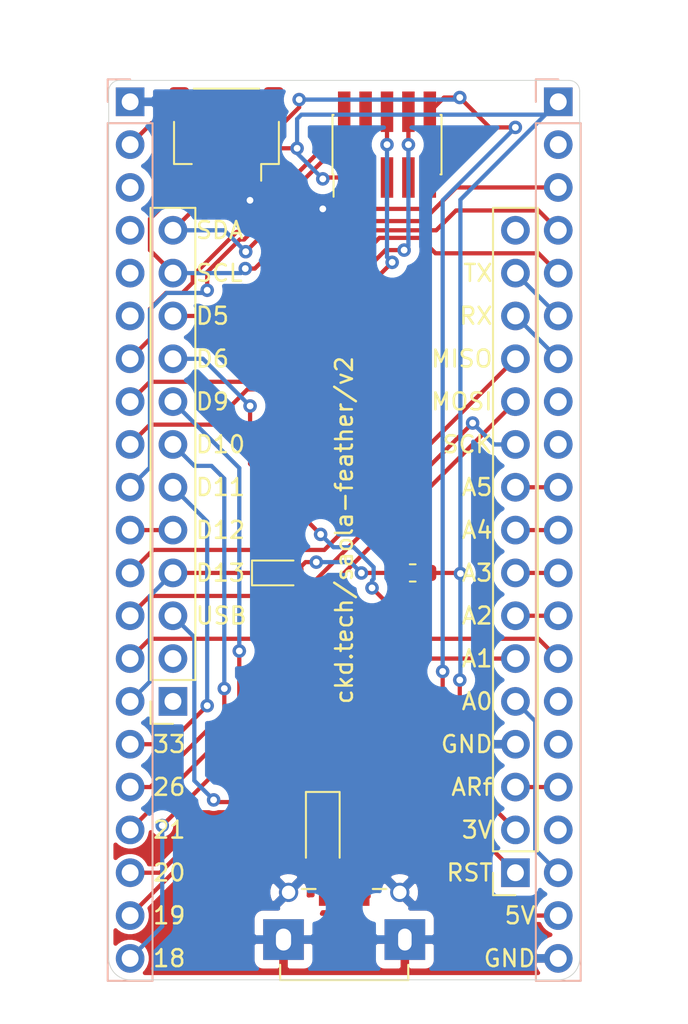
<source format=kicad_pcb>
(kicad_pcb (version 20171130) (host pcbnew "(5.1.6-0-10_14)")

  (general
    (thickness 1.6)
    (drawings 42)
    (tracks 229)
    (zones 0)
    (modules 11)
    (nets 49)
  )

  (page A4)
  (layers
    (0 F.Cu signal)
    (31 B.Cu signal)
    (32 B.Adhes user)
    (33 F.Adhes user)
    (34 B.Paste user)
    (35 F.Paste user)
    (36 B.SilkS user)
    (37 F.SilkS user)
    (38 B.Mask user)
    (39 F.Mask user)
    (40 Dwgs.User user)
    (41 Cmts.User user)
    (42 Eco1.User user)
    (43 Eco2.User user)
    (44 Edge.Cuts user)
    (45 Margin user)
    (46 B.CrtYd user)
    (47 F.CrtYd user)
    (48 B.Fab user)
    (49 F.Fab user)
  )

  (setup
    (last_trace_width 0.25)
    (trace_clearance 0.2)
    (zone_clearance 0.254)
    (zone_45_only no)
    (trace_min 0.2)
    (via_size 0.8)
    (via_drill 0.4)
    (via_min_size 0.4)
    (via_min_drill 0.3)
    (uvia_size 0.3)
    (uvia_drill 0.1)
    (uvias_allowed no)
    (uvia_min_size 0.2)
    (uvia_min_drill 0.1)
    (edge_width 0.05)
    (segment_width 0.2)
    (pcb_text_width 0.3)
    (pcb_text_size 1.5 1.5)
    (mod_edge_width 0.12)
    (mod_text_size 1 1)
    (mod_text_width 0.15)
    (pad_size 1.524 1.524)
    (pad_drill 0.762)
    (pad_to_mask_clearance 0.05)
    (aux_axis_origin 0 0)
    (visible_elements FFFFFF7F)
    (pcbplotparams
      (layerselection 0x010fc_ffffffff)
      (usegerberextensions false)
      (usegerberattributes true)
      (usegerberadvancedattributes true)
      (creategerberjobfile true)
      (excludeedgelayer true)
      (linewidth 0.100000)
      (plotframeref false)
      (viasonmask false)
      (mode 1)
      (useauxorigin false)
      (hpglpennumber 1)
      (hpglpenspeed 20)
      (hpglpendiameter 15.000000)
      (psnegative false)
      (psa4output false)
      (plotreference true)
      (plotvalue true)
      (plotinvisibletext false)
      (padsonsilk false)
      (subtractmaskfromsilk false)
      (outputformat 1)
      (mirror false)
      (drillshape 1)
      (scaleselection 1)
      (outputdirectory ""))
  )

  (net 0 "")
  (net 1 "Net-(D1-Pad2)")
  (net 2 +5V)
  (net 3 GND)
  (net 4 /IO17)
  (net 5 /IO16)
  (net 6 /IO15)
  (net 7 /IO14)
  (net 8 /IO13)
  (net 9 /IO12)
  (net 10 /IO11)
  (net 11 /IO10)
  (net 12 /IO9)
  (net 13 /IO8)
  (net 14 /IO7)
  (net 15 /IO6)
  (net 16 /IO5)
  (net 17 /IO4)
  (net 18 /IO3)
  (net 19 /IO2)
  (net 20 /IO1)
  (net 21 /IO0)
  (net 22 +3V3)
  (net 23 /IO33)
  (net 24 /IO38)
  (net 25 "Net-(J2-Pad2)")
  (net 26 "Net-(J2-Pad1)")
  (net 27 /USB-)
  (net 28 /USB+)
  (net 29 "Net-(J4-Pad4)")
  (net 30 "Net-(J5-Pad16)")
  (net 31 /IO37)
  (net 32 /IO35)
  (net 33 /IO36)
  (net 34 /IO18)
  (net 35 /RST)
  (net 36 /TMS_IO42)
  (net 37 /TCK_IO39)
  (net 38 /TDO_IO40)
  (net 39 /TDI_IO41)
  (net 40 /IO21)
  (net 41 /IO26)
  (net 42 /IO34)
  (net 43 /TX0_IO43)
  (net 44 /RX0_IO44)
  (net 45 /IO45)
  (net 46 /IO46)
  (net 47 "Net-(J6-Pad7)")
  (net 48 "Net-(D2-Pad2)")

  (net_class Default "This is the default net class."
    (clearance 0.2)
    (trace_width 0.25)
    (via_dia 0.8)
    (via_drill 0.4)
    (uvia_dia 0.3)
    (uvia_drill 0.1)
    (add_net +3V3)
    (add_net +5V)
    (add_net /IO0)
    (add_net /IO1)
    (add_net /IO10)
    (add_net /IO11)
    (add_net /IO12)
    (add_net /IO13)
    (add_net /IO14)
    (add_net /IO15)
    (add_net /IO16)
    (add_net /IO17)
    (add_net /IO18)
    (add_net /IO2)
    (add_net /IO21)
    (add_net /IO26)
    (add_net /IO3)
    (add_net /IO33)
    (add_net /IO34)
    (add_net /IO35)
    (add_net /IO36)
    (add_net /IO37)
    (add_net /IO38)
    (add_net /IO4)
    (add_net /IO45)
    (add_net /IO46)
    (add_net /IO5)
    (add_net /IO6)
    (add_net /IO7)
    (add_net /IO8)
    (add_net /IO9)
    (add_net /RST)
    (add_net /RX0_IO44)
    (add_net /TCK_IO39)
    (add_net /TDI_IO41)
    (add_net /TDO_IO40)
    (add_net /TMS_IO42)
    (add_net /TX0_IO43)
    (add_net /USB+)
    (add_net /USB-)
    (add_net GND)
    (add_net "Net-(D1-Pad2)")
    (add_net "Net-(D2-Pad2)")
    (add_net "Net-(J2-Pad1)")
    (add_net "Net-(J2-Pad2)")
    (add_net "Net-(J4-Pad4)")
    (add_net "Net-(J5-Pad16)")
    (add_net "Net-(J6-Pad7)")
  )

  (module Resistor_SMD:R_0603_1608Metric_Pad1.05x0.95mm_HandSolder (layer F.Cu) (tedit 5B301BBD) (tstamp 5EC8DB84)
    (at 118.364 104.14 180)
    (descr "Resistor SMD 0603 (1608 Metric), square (rectangular) end terminal, IPC_7351 nominal with elongated pad for handsoldering. (Body size source: http://www.tortai-tech.com/upload/download/2011102023233369053.pdf), generated with kicad-footprint-generator")
    (tags "resistor handsolder")
    (path /5ECE3770)
    (attr smd)
    (fp_text reference R1 (at 0 -1.43) (layer F.SilkS) hide
      (effects (font (size 1 1) (thickness 0.15)))
    )
    (fp_text value R_Small (at 0 1.43) (layer F.Fab)
      (effects (font (size 1 1) (thickness 0.15)))
    )
    (fp_line (start -0.8 0.4) (end -0.8 -0.4) (layer F.Fab) (width 0.1))
    (fp_line (start -0.8 -0.4) (end 0.8 -0.4) (layer F.Fab) (width 0.1))
    (fp_line (start 0.8 -0.4) (end 0.8 0.4) (layer F.Fab) (width 0.1))
    (fp_line (start 0.8 0.4) (end -0.8 0.4) (layer F.Fab) (width 0.1))
    (fp_line (start -0.171267 -0.51) (end 0.171267 -0.51) (layer F.SilkS) (width 0.12))
    (fp_line (start -0.171267 0.51) (end 0.171267 0.51) (layer F.SilkS) (width 0.12))
    (fp_line (start -1.65 0.73) (end -1.65 -0.73) (layer F.CrtYd) (width 0.05))
    (fp_line (start -1.65 -0.73) (end 1.65 -0.73) (layer F.CrtYd) (width 0.05))
    (fp_line (start 1.65 -0.73) (end 1.65 0.73) (layer F.CrtYd) (width 0.05))
    (fp_line (start 1.65 0.73) (end -1.65 0.73) (layer F.CrtYd) (width 0.05))
    (fp_text user %R (at 0 0) (layer F.Fab)
      (effects (font (size 0.4 0.4) (thickness 0.06)))
    )
    (pad 2 smd roundrect (at 0.875 0 180) (size 1.05 0.95) (layers F.Cu F.Paste F.Mask) (roundrect_rratio 0.25)
      (net 48 "Net-(D2-Pad2)"))
    (pad 1 smd roundrect (at -0.875 0 180) (size 1.05 0.95) (layers F.Cu F.Paste F.Mask) (roundrect_rratio 0.25)
      (net 22 +3V3))
    (model ${KISYS3DMOD}/Resistor_SMD.3dshapes/R_0603_1608Metric.wrl
      (at (xyz 0 0 0))
      (scale (xyz 1 1 1))
      (rotate (xyz 0 0 0))
    )
  )

  (module LED_SMD:LED_0603_1608Metric_Pad1.05x0.95mm_HandSolder (layer F.Cu) (tedit 5B4B45C9) (tstamp 5EC8D88B)
    (at 110.49 104.14)
    (descr "LED SMD 0603 (1608 Metric), square (rectangular) end terminal, IPC_7351 nominal, (Body size source: http://www.tortai-tech.com/upload/download/2011102023233369053.pdf), generated with kicad-footprint-generator")
    (tags "LED handsolder")
    (path /5ECE290D)
    (attr smd)
    (fp_text reference D2 (at 0 -1.43) (layer F.SilkS) hide
      (effects (font (size 1 1) (thickness 0.15)))
    )
    (fp_text value LED_Small (at 0 1.43) (layer F.Fab)
      (effects (font (size 1 1) (thickness 0.15)))
    )
    (fp_line (start 0.8 -0.4) (end -0.5 -0.4) (layer F.Fab) (width 0.1))
    (fp_line (start -0.5 -0.4) (end -0.8 -0.1) (layer F.Fab) (width 0.1))
    (fp_line (start -0.8 -0.1) (end -0.8 0.4) (layer F.Fab) (width 0.1))
    (fp_line (start -0.8 0.4) (end 0.8 0.4) (layer F.Fab) (width 0.1))
    (fp_line (start 0.8 0.4) (end 0.8 -0.4) (layer F.Fab) (width 0.1))
    (fp_line (start 0.8 -0.735) (end -1.66 -0.735) (layer F.SilkS) (width 0.12))
    (fp_line (start -1.66 -0.735) (end -1.66 0.735) (layer F.SilkS) (width 0.12))
    (fp_line (start -1.66 0.735) (end 0.8 0.735) (layer F.SilkS) (width 0.12))
    (fp_line (start -1.65 0.73) (end -1.65 -0.73) (layer F.CrtYd) (width 0.05))
    (fp_line (start -1.65 -0.73) (end 1.65 -0.73) (layer F.CrtYd) (width 0.05))
    (fp_line (start 1.65 -0.73) (end 1.65 0.73) (layer F.CrtYd) (width 0.05))
    (fp_line (start 1.65 0.73) (end -1.65 0.73) (layer F.CrtYd) (width 0.05))
    (fp_text user %R (at 0 0) (layer F.Fab)
      (effects (font (size 0.4 0.4) (thickness 0.06)))
    )
    (pad 2 smd roundrect (at 0.875 0) (size 1.05 0.95) (layers F.Cu F.Paste F.Mask) (roundrect_rratio 0.25)
      (net 48 "Net-(D2-Pad2)"))
    (pad 1 smd roundrect (at -0.875 0) (size 1.05 0.95) (layers F.Cu F.Paste F.Mask) (roundrect_rratio 0.25)
      (net 42 /IO34))
    (model ${KISYS3DMOD}/LED_SMD.3dshapes/LED_0603_1608Metric.wrl
      (at (xyz 0 0 0))
      (scale (xyz 1 1 1))
      (rotate (xyz 0 0 0))
    )
  )

  (module chickadee:chickadee_3mm_fcu (layer F.Cu) (tedit 0) (tstamp 5EC8A6F3)
    (at 114.3 114.046)
    (fp_text reference G*** (at 0 0) (layer F.SilkS) hide
      (effects (font (size 1.524 1.524) (thickness 0.3)))
    )
    (fp_text value "Chickadee 3mm" (at 0.75 0) (layer F.SilkS) hide
      (effects (font (size 1.524 1.524) (thickness 0.3)))
    )
    (fp_poly (pts (xy -2.190577 -1.394931) (xy -2.158906 -1.394428) (xy -2.131275 -1.393379) (xy -2.106176 -1.39166)
      (xy -2.082107 -1.389149) (xy -2.057561 -1.385724) (xy -2.031033 -1.38126) (xy -2.009069 -1.377185)
      (xy -1.950214 -1.364422) (xy -1.889117 -1.348355) (xy -1.828664 -1.329818) (xy -1.77174 -1.309646)
      (xy -1.760361 -1.305223) (xy -1.717183 -1.28803) (xy -1.674808 -1.270892) (xy -1.63285 -1.25363)
      (xy -1.59092 -1.236063) (xy -1.548631 -1.218011) (xy -1.505596 -1.199293) (xy -1.461427 -1.179729)
      (xy -1.415735 -1.159138) (xy -1.368134 -1.137341) (xy -1.318236 -1.114156) (xy -1.265653 -1.089403)
      (xy -1.209997 -1.062901) (xy -1.150882 -1.034472) (xy -1.087918 -1.003933) (xy -1.02072 -0.971104)
      (xy -0.948898 -0.935806) (xy -0.872065 -0.897857) (xy -0.789834 -0.857077) (xy -0.701817 -0.813286)
      (xy -0.679097 -0.801963) (xy -0.600817 -0.763019) (xy -0.528298 -0.72712) (xy -0.461051 -0.694039)
      (xy -0.398585 -0.663552) (xy -0.340411 -0.635433) (xy -0.286038 -0.609455) (xy -0.234976 -0.585394)
      (xy -0.186735 -0.563022) (xy -0.140825 -0.542115) (xy -0.096756 -0.522447) (xy -0.054038 -0.503792)
      (xy -0.012181 -0.485924) (xy 0.029306 -0.468618) (xy 0.070912 -0.451647) (xy 0.113128 -0.434787)
      (xy 0.146403 -0.421719) (xy 0.169926 -0.412482) (xy 0.191319 -0.403963) (xy 0.209688 -0.396527)
      (xy 0.224143 -0.39054) (xy 0.233791 -0.386365) (xy 0.237732 -0.384376) (xy 0.237199 -0.380281)
      (xy 0.231987 -0.372263) (xy 0.222739 -0.361032) (xy 0.2101 -0.347296) (xy 0.194712 -0.331764)
      (xy 0.177219 -0.315145) (xy 0.164178 -0.303343) (xy 0.096199 -0.247242) (xy 0.021764 -0.193747)
      (xy -0.059006 -0.142914) (xy -0.145989 -0.0948) (xy -0.239062 -0.049462) (xy -0.338103 -0.006957)
      (xy -0.442991 0.032658) (xy -0.553602 0.069327) (xy -0.669815 0.102992) (xy -0.756708 0.125296)
      (xy -0.857303 0.148538) (xy -0.952291 0.167867) (xy -1.041919 0.183303) (xy -1.126439 0.194868)
      (xy -1.206099 0.20258) (xy -1.281149 0.206462) (xy -1.351837 0.206535) (xy -1.418413 0.202818)
      (xy -1.481126 0.195332) (xy -1.518918 0.18866) (xy -1.57955 0.173748) (xy -1.634906 0.154367)
      (xy -1.684914 0.13059) (xy -1.729501 0.102491) (xy -1.768596 0.070142) (xy -1.802127 0.033617)
      (xy -1.830021 -0.007012) (xy -1.852205 -0.051671) (xy -1.868608 -0.100287) (xy -1.879158 -0.152786)
      (xy -1.882097 -0.17906) (xy -1.882915 -0.190167) (xy -1.883851 -0.198302) (xy -1.885889 -0.204006)
      (xy -1.890009 -0.207822) (xy -1.897194 -0.21029) (xy -1.908425 -0.211954) (xy -1.924685 -0.213354)
      (xy -1.946955 -0.215033) (xy -1.947333 -0.215063) (xy -1.974885 -0.21729) (xy -1.996056 -0.219184)
      (xy -2.011509 -0.220834) (xy -2.021906 -0.222327) (xy -2.02791 -0.223751) (xy -2.030183 -0.225193)
      (xy -2.030082 -0.226026) (xy -2.032027 -0.227335) (xy -2.038861 -0.22756) (xy -2.048532 -0.226886)
      (xy -2.05899 -0.225503) (xy -2.068183 -0.223597) (xy -2.072569 -0.222141) (xy -2.078077 -0.220624)
      (xy -2.089384 -0.218164) (xy -2.105331 -0.214992) (xy -2.124759 -0.211335) (xy -2.146511 -0.207422)
      (xy -2.151944 -0.206471) (xy -2.23343 -0.192964) (xy -2.310846 -0.181591) (xy -2.386734 -0.172013)
      (xy -2.463633 -0.163891) (xy -2.487083 -0.161706) (xy -2.509513 -0.160112) (xy -2.536719 -0.158879)
      (xy -2.567348 -0.158007) (xy -2.600049 -0.157496) (xy -2.633471 -0.157348) (xy -2.666262 -0.157562)
      (xy -2.69707 -0.158139) (xy -2.724545 -0.15908) (xy -2.747334 -0.160385) (xy -2.760486 -0.161598)
      (xy -2.833314 -0.171253) (xy -2.904171 -0.18314) (xy -2.974932 -0.197651) (xy -3.047473 -0.215178)
      (xy -3.123669 -0.23611) (xy -3.139143 -0.240632) (xy -3.161757 -0.247425) (xy -3.178423 -0.252778)
      (xy -3.190018 -0.257041) (xy -3.197422 -0.260562) (xy -3.20151 -0.263691) (xy -3.202943 -0.266032)
      (xy -3.203909 -0.271145) (xy -3.205491 -0.282439) (xy -3.20759 -0.299075) (xy -3.210105 -0.320217)
      (xy -3.212937 -0.345025) (xy -3.215987 -0.372662) (xy -3.219082 -0.401608) (xy -3.222679 -0.435601)
      (xy -3.225565 -0.463243) (xy -3.227688 -0.485209) (xy -3.228999 -0.50217) (xy -3.229447 -0.514802)
      (xy -3.228982 -0.523777) (xy -3.227553 -0.52977) (xy -3.22511 -0.533453) (xy -3.221603 -0.535501)
      (xy -3.216982 -0.536587) (xy -3.211195 -0.537385) (xy -3.208909 -0.537717) (xy -3.197663 -0.539746)
      (xy -3.180611 -0.543203) (xy -3.158807 -0.547849) (xy -3.1333 -0.553445) (xy -3.105142 -0.559751)
      (xy -3.075385 -0.566529) (xy -3.045079 -0.573539) (xy -3.015275 -0.580543) (xy -2.987025 -0.5873)
      (xy -2.96138 -0.593573) (xy -2.942167 -0.598407) (xy -2.839538 -0.625766) (xy -2.743547 -0.653603)
      (xy -2.653787 -0.682055) (xy -2.569847 -0.711258) (xy -2.49132 -0.74135) (xy -2.417797 -0.772466)
      (xy -2.405944 -0.777787) (xy -2.33527 -0.81224) (xy -2.2633 -0.851978) (xy -2.191754 -0.895908)
      (xy -2.122352 -0.942934) (xy -2.05681 -0.991963) (xy -2.012597 -1.028214) (xy -1.994935 -1.043577)
      (xy -1.976602 -1.059988) (xy -1.958316 -1.076756) (xy -1.940794 -1.09319) (xy -1.924751 -1.108599)
      (xy -1.910905 -1.122291) (xy -1.899973 -1.133576) (xy -1.892671 -1.141762) (xy -1.889717 -1.146159)
      (xy -1.889781 -1.146632) (xy -1.895886 -1.149881) (xy -1.907863 -1.154203) (xy -1.924653 -1.159337)
      (xy -1.945199 -1.16502) (xy -1.968444 -1.170989) (xy -1.99333 -1.176981) (xy -2.018801 -1.182735)
      (xy -2.043799 -1.187987) (xy -2.067268 -1.192474) (xy -2.088148 -1.195935) (xy -2.088444 -1.195979)
      (xy -2.143487 -1.202523) (xy -2.197821 -1.205577) (xy -2.252961 -1.205107) (xy -2.310419 -1.201077)
      (xy -2.371711 -1.193452) (xy -2.401539 -1.188739) (xy -2.494796 -1.17015) (xy -2.584229 -1.146293)
      (xy -2.669623 -1.117275) (xy -2.750766 -1.083203) (xy -2.827443 -1.044182) (xy -2.899442 -1.000319)
      (xy -2.966549 -0.95172) (xy -3.028551 -0.898491) (xy -3.072051 -0.855085) (xy -3.114426 -0.806444)
      (xy -3.152464 -0.755667) (xy -3.185507 -0.70377) (xy -3.212895 -0.65177) (xy -3.230344 -0.610645)
      (xy -3.23532 -0.598231) (xy -3.239944 -0.588063) (xy -3.243211 -0.582348) (xy -3.246468 -0.579042)
      (xy -3.254369 -0.57133) (xy -3.266439 -0.559666) (xy -3.282207 -0.544504) (xy -3.301199 -0.526296)
      (xy -3.322943 -0.505496) (xy -3.346966 -0.482558) (xy -3.372795 -0.457935) (xy -3.391958 -0.439691)
      (xy -3.418659 -0.414263) (xy -3.443792 -0.390288) (xy -3.466896 -0.368206) (xy -3.487514 -0.34846)
      (xy -3.505187 -0.331487) (xy -3.519455 -0.31773) (xy -3.529861 -0.307629) (xy -3.535945 -0.301624)
      (xy -3.537393 -0.300078) (xy -3.534428 -0.298301) (xy -3.525616 -0.293948) (xy -3.511564 -0.287299)
      (xy -3.492877 -0.278632) (xy -3.470164 -0.268227) (xy -3.444028 -0.256363) (xy -3.415077 -0.243317)
      (xy -3.383917 -0.22937) (xy -3.376532 -0.226077) (xy -3.214874 -0.154058) (xy -3.198019 -0.093786)
      (xy -3.189906 -0.065801) (xy -3.180059 -0.033466) (xy -3.169084 0.001347) (xy -3.157589 0.036762)
      (xy -3.146183 0.070907) (xy -3.135473 0.101907) (xy -3.126489 0.126757) (xy -3.121041 0.140443)
      (xy -3.116521 0.148917) (xy -3.111864 0.153733) (xy -3.10617 0.156392) (xy -3.098868 0.157558)
      (xy -3.085547 0.158496) (xy -3.06724 0.159209) (xy -3.04498 0.159697) (xy -3.019799 0.159965)
      (xy -2.992731 0.160013) (xy -2.964808 0.159845) (xy -2.937063 0.159461) (xy -2.910528 0.158866)
      (xy -2.886237 0.15806) (xy -2.865223 0.157046) (xy -2.848681 0.155841) (xy -2.685739 0.138212)
      (xy -2.585861 0.124838) (xy -2.543141 0.1184) (xy -2.506322 0.1121) (xy -2.474266 0.105624)
      (xy -2.445833 0.098661) (xy -2.419884 0.090899) (xy -2.395279 0.082025) (xy -2.370878 0.071727)
      (xy -2.345543 0.059694) (xy -2.342444 0.058147) (xy -2.286885 0.026813) (xy -2.232336 -0.010789)
      (xy -2.179767 -0.053872) (xy -2.130148 -0.101647) (xy -2.089686 -0.146958) (xy -2.071653 -0.168681)
      (xy -2.069252 -0.143431) (xy -2.062225 -0.096009) (xy -2.050319 -0.046832) (xy -2.034198 0.002224)
      (xy -2.014523 0.049282) (xy -1.991958 0.092463) (xy -1.978281 0.114289) (xy -1.94066 0.164006)
      (xy -1.897859 0.209003) (xy -1.849963 0.249251) (xy -1.797063 0.284723) (xy -1.739243 0.315389)
      (xy -1.676594 0.341223) (xy -1.609201 0.362197) (xy -1.537152 0.378282) (xy -1.460535 0.389451)
      (xy -1.379438 0.395676) (xy -1.293947 0.396929) (xy -1.204152 0.393182) (xy -1.125361 0.386139)
      (xy -1.052218 0.376822) (xy -0.974125 0.364509) (xy -0.892379 0.349481) (xy -0.808276 0.332024)
      (xy -0.723113 0.312418) (xy -0.638187 0.290949) (xy -0.554795 0.267899) (xy -0.478014 0.244745)
      (xy -0.38054 0.212112) (xy -0.286214 0.17667) (xy -0.195387 0.138629) (xy -0.108408 0.098203)
      (xy -0.025628 0.0556) (xy 0.052604 0.011034) (xy 0.125937 -0.035286) (xy 0.194021 -0.083147)
      (xy 0.256506 -0.132339) (xy 0.313041 -0.18265) (xy 0.363278 -0.233869) (xy 0.406865 -0.285785)
      (xy 0.411516 -0.291897) (xy 0.421132 -0.304324) (xy 0.427892 -0.311896) (xy 0.432929 -0.315578)
      (xy 0.437377 -0.316336) (xy 0.439726 -0.315921) (xy 0.459163 -0.311612) (xy 0.48424 -0.30693)
      (xy 0.513568 -0.302078) (xy 0.545757 -0.297263) (xy 0.579415 -0.292687) (xy 0.613152 -0.288557)
      (xy 0.645578 -0.285077) (xy 0.656167 -0.284068) (xy 0.687905 -0.281538) (xy 0.719888 -0.279816)
      (xy 0.752791 -0.278933) (xy 0.78729 -0.27892) (xy 0.82406 -0.279806) (xy 0.863775 -0.281623)
      (xy 0.907113 -0.284401) (xy 0.954746 -0.288171) (xy 1.007352 -0.292963) (xy 1.065605 -0.298808)
      (xy 1.127125 -0.3054) (xy 1.216165 -0.315763) (xy 1.311639 -0.327982) (xy 1.413193 -0.341993)
      (xy 1.520469 -0.357731) (xy 1.633115 -0.375132) (xy 1.750774 -0.394133) (xy 1.873091 -0.414668)
      (xy 1.999712 -0.436674) (xy 2.13028 -0.460086) (xy 2.264441 -0.48484) (xy 2.40184 -0.510872)
      (xy 2.542121 -0.538118) (xy 2.68493 -0.566514) (xy 2.829911 -0.595994) (xy 2.976709 -0.626495)
      (xy 3.124969 -0.657954) (xy 3.274335 -0.690304) (xy 3.361972 -0.709592) (xy 3.406466 -0.719446)
      (xy 3.444684 -0.727733) (xy 3.477258 -0.73432) (xy 3.504823 -0.739072) (xy 3.528011 -0.741854)
      (xy 3.547455 -0.742532) (xy 3.563788 -0.740972) (xy 3.577642 -0.737038) (xy 3.589652 -0.730596)
      (xy 3.600449 -0.721512) (xy 3.610667 -0.709652) (xy 3.620938 -0.69488) (xy 3.631896 -0.677062)
      (xy 3.644174 -0.656064) (xy 3.648453 -0.648705) (xy 3.685722 -0.582928) (xy 3.720654 -0.517678)
      (xy 3.752855 -0.453786) (xy 3.781929 -0.392085) (xy 3.807481 -0.333406) (xy 3.829117 -0.278581)
      (xy 3.842982 -0.239141) (xy 3.858442 -0.186728) (xy 3.869158 -0.137816) (xy 3.875158 -0.092633)
      (xy 3.876469 -0.051406) (xy 3.873119 -0.014365) (xy 3.865134 0.018262) (xy 3.852543 0.046247)
      (xy 3.835372 0.069362) (xy 3.813649 0.087378) (xy 3.803124 0.093395) (xy 3.792991 0.098154)
      (xy 3.781941 0.102524) (xy 3.769615 0.106533) (xy 3.755657 0.110209) (xy 3.739709 0.113581)
      (xy 3.721413 0.116677) (xy 3.700414 0.119524) (xy 3.676352 0.122152) (xy 3.648872 0.124587)
      (xy 3.617615 0.126859) (xy 3.582225 0.128995) (xy 3.542343 0.131023) (xy 3.497613 0.132973)
      (xy 3.447677 0.134871) (xy 3.392178 0.136746) (xy 3.330759 0.138626) (xy 3.263062 0.14054)
      (xy 3.188731 0.142515) (xy 3.175 0.142869) (xy 3.052923 0.146207) (xy 2.937344 0.149786)
      (xy 2.827707 0.153639) (xy 2.723456 0.157794) (xy 2.624037 0.162284) (xy 2.528895 0.167138)
      (xy 2.437474 0.172388) (xy 2.349219 0.178064) (xy 2.263574 0.184196) (xy 2.179985 0.190816)
      (xy 2.097897 0.197954) (xy 2.016754 0.20564) (xy 1.989667 0.208345) (xy 1.860967 0.222177)
      (xy 1.736502 0.237273) (xy 1.615523 0.253805) (xy 1.497281 0.271941) (xy 1.381028 0.291851)
      (xy 1.266016 0.313705) (xy 1.151496 0.337671) (xy 1.036721 0.36392) (xy 0.920941 0.39262)
      (xy 0.803408 0.423942) (xy 0.683373 0.458054) (xy 0.56009 0.495127) (xy 0.432808 0.535329)
      (xy 0.30078 0.57883) (xy 0.195792 0.614551) (xy 0.145932 0.632059) (xy 0.0984 0.649485)
      (xy 0.052527 0.66715) (xy 0.007643 0.685374) (xy -0.03692 0.704476) (xy -0.081833 0.724779)
      (xy -0.127765 0.746601) (xy -0.175385 0.770263) (xy -0.225363 0.796085) (xy -0.278367 0.824388)
      (xy -0.335068 0.855492) (xy -0.396135 0.889717) (xy -0.462237 0.927384) (xy -0.483306 0.939493)
      (xy -0.541927 0.973223) (xy -0.594898 1.003651) (xy -0.642666 1.031025) (xy -0.685679 1.055591)
      (xy -0.724384 1.077596) (xy -0.759229 1.097287) (xy -0.790662 1.11491) (xy -0.81913 1.130714)
      (xy -0.845081 1.144944) (xy -0.868963 1.157848) (xy -0.891223 1.169672) (xy -0.912308 1.180664)
      (xy -0.932668 1.19107) (xy -0.952748 1.201138) (xy -0.972997 1.211113) (xy -0.993862 1.221244)
      (xy -0.995694 1.222128) (xy -1.063133 1.253565) (xy -1.12675 1.280819) (xy -1.187918 1.304282)
      (xy -1.248008 1.324345) (xy -1.308391 1.341402) (xy -1.37044 1.355844) (xy -1.435526 1.368064)
      (xy -1.505022 1.378454) (xy -1.569861 1.386279) (xy -1.610848 1.390039) (xy -1.656794 1.392999)
      (xy -1.705642 1.395105) (xy -1.755337 1.396301) (xy -1.803821 1.396532) (xy -1.849038 1.395744)
      (xy -1.878542 1.394508) (xy -1.958088 1.387865) (xy -2.038544 1.376743) (xy -2.118722 1.361443)
      (xy -2.197433 1.342263) (xy -2.273489 1.319501) (xy -2.345702 1.293456) (xy -2.412884 1.264427)
      (xy -2.430992 1.255625) (xy -2.511972 1.211372) (xy -2.591194 1.160408) (xy -2.668518 1.102893)
      (xy -2.743805 1.038983) (xy -2.816914 0.968836) (xy -2.887705 0.89261) (xy -2.95604 0.810463)
      (xy -3.021777 0.722552) (xy -3.084778 0.629036) (xy -3.144903 0.53007) (xy -3.202011 0.425814)
      (xy -3.247103 0.335201) (xy -3.265441 0.295287) (xy -3.283063 0.253922) (xy -3.300474 0.209814)
      (xy -3.318181 0.161672) (xy -3.33669 0.108204) (xy -3.341035 0.09525) (xy -3.348704 0.071804)
      (xy -3.356807 0.046214) (xy -3.364992 0.019673) (xy -3.372907 -0.006627) (xy -3.380199 -0.031492)
      (xy -3.386515 -0.053731) (xy -3.391504 -0.072152) (xy -3.394813 -0.08556) (xy -3.395622 -0.089442)
      (xy -3.397791 -0.101004) (xy -3.602405 -0.183572) (xy -3.638385 -0.198117) (xy -3.672393 -0.211915)
      (xy -3.703868 -0.224734) (xy -3.732252 -0.236346) (xy -3.756986 -0.24652) (xy -3.77751 -0.255026)
      (xy -3.793266 -0.261633) (xy -3.803693 -0.266111) (xy -3.808232 -0.268231) (xy -3.808381 -0.268344)
      (xy -3.80604 -0.270994) (xy -3.798838 -0.27795) (xy -3.787188 -0.288837) (xy -3.771505 -0.303276)
      (xy -3.752203 -0.320892) (xy -3.729696 -0.341306) (xy -3.704399 -0.364141) (xy -3.676726 -0.389021)
      (xy -3.647091 -0.415568) (xy -3.621714 -0.438231) (xy -3.585698 -0.47036) (xy -3.554584 -0.498154)
      (xy -3.528002 -0.521967) (xy -3.505585 -0.542152) (xy -3.486962 -0.559065) (xy -3.471765 -0.573058)
      (xy -3.459624 -0.584487) (xy -3.45017 -0.593706) (xy -3.443035 -0.601069) (xy -3.437848 -0.606929)
      (xy -3.434241 -0.611642) (xy -3.431844 -0.615561) (xy -3.430288 -0.619041) (xy -3.429205 -0.622435)
      (xy -3.429021 -0.623103) (xy -3.422612 -0.643652) (xy -3.41351 -0.668602) (xy -3.40244 -0.696184)
      (xy -3.390126 -0.724625) (xy -3.377295 -0.752157) (xy -3.3707 -0.765446) (xy -3.338251 -0.823655)
      (xy -3.301023 -0.87978) (xy -3.258334 -0.934751) (xy -3.209501 -0.989498) (xy -3.196358 -1.003151)
      (xy -3.140849 -1.05669) (xy -3.083569 -1.105173) (xy -3.023315 -1.149469) (xy -2.958883 -1.190443)
      (xy -2.889069 -1.228963) (xy -2.868083 -1.23958) (xy -2.800029 -1.271452) (xy -2.732015 -1.299287)
      (xy -2.662813 -1.323459) (xy -2.591193 -1.344341) (xy -2.515928 -1.362308) (xy -2.435788 -1.377732)
      (xy -2.38932 -1.385248) (xy -2.369484 -1.388168) (xy -2.352156 -1.390434) (xy -2.335939 -1.39213)
      (xy -2.319438 -1.393341) (xy -2.301258 -1.394152) (xy -2.280002 -1.394645) (xy -2.254276 -1.394906)
      (xy -2.227792 -1.395009) (xy -2.190577 -1.394931)) (layer F.Cu) (width 0.01))
    (fp_poly (pts (xy -2.158969 -1.476897) (xy -2.121134 -1.475122) (xy -2.085237 -1.47205) (xy -2.049588 -1.467549)
      (xy -2.012501 -1.461488) (xy -1.987463 -1.456774) (xy -1.950495 -1.449127) (xy -1.91523 -1.440944)
      (xy -1.880622 -1.431892) (xy -1.845624 -1.421636) (xy -1.809191 -1.409844) (xy -1.770278 -1.396182)
      (xy -1.727839 -1.380316) (xy -1.680827 -1.361912) (xy -1.645263 -1.347594) (xy -1.598042 -1.328195)
      (xy -1.550102 -1.308057) (xy -1.501041 -1.286989) (xy -1.450453 -1.264801) (xy -1.397934 -1.241305)
      (xy -1.343079 -1.216311) (xy -1.285486 -1.189628) (xy -1.224749 -1.161068) (xy -1.160464 -1.130441)
      (xy -1.092227 -1.097558) (xy -1.019635 -1.062228) (xy -0.942281 -1.024263) (xy -0.859764 -0.983472)
      (xy -0.771677 -0.939667) (xy -0.713915 -0.910823) (xy -0.632201 -0.870036) (xy -0.556268 -0.832302)
      (xy -0.485642 -0.797404) (xy -0.419851 -0.765125) (xy -0.358423 -0.735248) (xy -0.300885 -0.707556)
      (xy -0.246765 -0.681833) (xy -0.195591 -0.657862) (xy -0.146889 -0.635425) (xy -0.100189 -0.614305)
      (xy -0.055018 -0.594286) (xy -0.010903 -0.575152) (xy 0.032629 -0.556684) (xy 0.076049 -0.538666)
      (xy 0.119829 -0.520881) (xy 0.164443 -0.503112) (xy 0.210363 -0.485143) (xy 0.227542 -0.478491)
      (xy 0.251524 -0.469207) (xy 0.273788 -0.460545) (xy 0.293348 -0.452891) (xy 0.309219 -0.446634)
      (xy 0.320414 -0.44216) (xy 0.325784 -0.43993) (xy 0.335832 -0.435427) (xy 0.320698 -0.416151)
      (xy 0.308889 -0.402098) (xy 0.29292 -0.384518) (xy 0.273921 -0.364551) (xy 0.253023 -0.343337)
      (xy 0.231357 -0.322014) (xy 0.210055 -0.301723) (xy 0.190246 -0.283603) (xy 0.181681 -0.27608)
      (xy 0.106102 -0.214961) (xy 0.024352 -0.156762) (xy -0.063253 -0.101625) (xy -0.156399 -0.049694)
      (xy -0.254769 -0.001114) (xy -0.358048 0.043973) (xy -0.465921 0.085422) (xy -0.578072 0.123091)
      (xy -0.694186 0.156835) (xy -0.813946 0.18651) (xy -0.853722 0.195281) (xy -0.912747 0.207567)
      (xy -0.966586 0.218013) (xy -1.016795 0.226877) (xy -1.064926 0.234413) (xy -1.112531 0.240877)
      (xy -1.161165 0.246526) (xy -1.171222 0.247588) (xy -1.191268 0.249185) (xy -1.216488 0.250438)
      (xy -1.245561 0.251348) (xy -1.277167 0.251913) (xy -1.309986 0.252134) (xy -1.342697 0.252011)
      (xy -1.37398 0.251543) (xy -1.402515 0.25073) (xy -1.426981 0.249572) (xy -1.446059 0.248069)
      (xy -1.449917 0.247629) (xy -1.520413 0.236359) (xy -1.585332 0.220777) (xy -1.644686 0.200875)
      (xy -1.698489 0.176642) (xy -1.746754 0.148071) (xy -1.789494 0.115152) (xy -1.826725 0.077875)
      (xy -1.858458 0.036233) (xy -1.884708 -0.009784) (xy -1.904186 -0.056444) (xy -1.913436 -0.084664)
      (xy -1.92005 -0.11021) (xy -1.924389 -0.13533) (xy -1.926811 -0.162274) (xy -1.927677 -0.19329)
      (xy -1.927689 -0.20331) (xy -1.927494 -0.260217) (xy -1.950459 -0.26257) (xy -1.973423 -0.264922)
      (xy -2.023181 -0.23099) (xy -2.022739 -0.181641) (xy -2.018754 -0.12341) (xy -2.007973 -0.066659)
      (xy -1.990573 -0.011805) (xy -1.966733 0.040732) (xy -1.936631 0.090536) (xy -1.900446 0.137188)
      (xy -1.875226 0.164155) (xy -1.83459 0.201) (xy -1.79086 0.233371) (xy -1.743528 0.261491)
      (xy -1.692089 0.285584) (xy -1.636034 0.305873) (xy -1.574857 0.322584) (xy -1.508052 0.335938)
      (xy -1.474611 0.341113) (xy -1.453545 0.343389) (xy -1.426697 0.345185) (xy -1.395325 0.3465)
      (xy -1.360685 0.347334) (xy -1.324034 0.347688) (xy -1.286631 0.347562) (xy -1.249731 0.346956)
      (xy -1.214593 0.34587) (xy -1.182474 0.344303) (xy -1.15463 0.342257) (xy -1.143 0.341088)
      (xy -1.028753 0.325915) (xy -0.913621 0.306055) (xy -0.798476 0.28177) (xy -0.684191 0.253321)
      (xy -0.571641 0.220969) (xy -0.461697 0.184975) (xy -0.355234 0.1456) (xy -0.253124 0.103106)
      (xy -0.15624 0.057754) (xy -0.101392 0.029498) (xy -0.018282 -0.017249) (xy 0.060658 -0.066369)
      (xy 0.134981 -0.117513) (xy 0.204241 -0.170332) (xy 0.267993 -0.224478) (xy 0.325791 -0.279603)
      (xy 0.377188 -0.335357) (xy 0.39888 -0.36152) (xy 0.413589 -0.379428) (xy 0.424647 -0.391741)
      (xy 0.432321 -0.398733) (xy 0.436878 -0.400678) (xy 0.437106 -0.400627) (xy 0.451682 -0.396988)
      (xy 0.472129 -0.392861) (xy 0.497296 -0.388412) (xy 0.526029 -0.383807) (xy 0.557174 -0.379213)
      (xy 0.589579 -0.374796) (xy 0.622091 -0.370724) (xy 0.653556 -0.367163) (xy 0.682821 -0.36428)
      (xy 0.696736 -0.363107) (xy 0.726996 -0.36137) (xy 0.760509 -0.360689) (xy 0.797721 -0.361091)
      (xy 0.839075 -0.362602) (xy 0.885017 -0.36525) (xy 0.935991 -0.369062) (xy 0.992441 -0.374063)
      (xy 1.054812 -0.380281) (xy 1.123548 -0.387744) (xy 1.144764 -0.390147) (xy 1.242696 -0.401961)
      (xy 1.34711 -0.415747) (xy 1.457726 -0.431456) (xy 1.574267 -0.449038) (xy 1.696454 -0.468441)
      (xy 1.824011 -0.489614) (xy 1.956657 -0.512508) (xy 2.094117 -0.537072) (xy 2.23611 -0.563254)
      (xy 2.38236 -0.591005) (xy 2.532588 -0.620273) (xy 2.686517 -0.651009) (xy 2.843867 -0.68316)
      (xy 3.004361 -0.716678) (xy 3.167721 -0.751511) (xy 3.333669 -0.787608) (xy 3.361972 -0.793834)
      (xy 3.393505 -0.800732) (xy 3.423573 -0.807213) (xy 3.451326 -0.813101) (xy 3.475913 -0.81822)
      (xy 3.496484 -0.822393) (xy 3.512186 -0.825444) (xy 3.52217 -0.827196) (xy 3.52425 -0.82748)
      (xy 3.551629 -0.827397) (xy 3.580597 -0.821802) (xy 3.609337 -0.81136) (xy 3.636032 -0.796737)
      (xy 3.658863 -0.7786) (xy 3.659577 -0.777903) (xy 3.670334 -0.765542) (xy 3.683559 -0.747416)
      (xy 3.698873 -0.724218) (xy 3.715898 -0.696638) (xy 3.734253 -0.665367) (xy 3.753562 -0.631098)
      (xy 3.773444 -0.594521) (xy 3.793521 -0.556329) (xy 3.813415 -0.517211) (xy 3.832747 -0.477861)
      (xy 3.851137 -0.438969) (xy 3.868208 -0.401226) (xy 3.876938 -0.381112) (xy 3.904418 -0.312172)
      (xy 3.926295 -0.247247) (xy 3.942564 -0.186369) (xy 3.95322 -0.129572) (xy 3.958258 -0.076888)
      (xy 3.957674 -0.02835) (xy 3.951462 0.016008) (xy 3.940303 0.054355) (xy 3.930721 0.074617)
      (xy 3.917158 0.09653) (xy 3.901359 0.117628) (xy 3.885072 0.135441) (xy 3.879089 0.14086)
      (xy 3.8637 0.152771) (xy 3.847081 0.163287) (xy 3.828689 0.172518) (xy 3.807978 0.180574)
      (xy 3.784406 0.187565) (xy 3.757427 0.193602) (xy 3.726498 0.198794) (xy 3.691074 0.203252)
      (xy 3.650612 0.207086) (xy 3.604567 0.210405) (xy 3.552396 0.213321) (xy 3.511903 0.215182)
      (xy 3.492132 0.215961) (xy 3.466304 0.216876) (xy 3.435416 0.217897) (xy 3.400464 0.218994)
      (xy 3.362446 0.220137) (xy 3.322357 0.221294) (xy 3.281195 0.222437) (xy 3.239956 0.223534)
      (xy 3.219097 0.22407) (xy 3.113132 0.226865) (xy 3.013623 0.229728) (xy 2.919971 0.232688)
      (xy 2.831576 0.235774) (xy 2.74784 0.239016) (xy 2.668162 0.242444) (xy 2.591944 0.246086)
      (xy 2.518587 0.249972) (xy 2.447491 0.254132) (xy 2.378056 0.258595) (xy 2.309683 0.26339)
      (xy 2.241774 0.268548) (xy 2.173729 0.274096) (xy 2.137833 0.277168) (xy 1.985425 0.291484)
      (xy 1.838916 0.307501) (xy 1.697314 0.325426) (xy 1.559629 0.345462) (xy 1.424869 0.367813)
      (xy 1.292042 0.392686) (xy 1.160156 0.420283) (xy 1.028221 0.450811) (xy 0.895244 0.484473)
      (xy 0.760234 0.521474) (xy 0.622199 0.562018) (xy 0.480149 0.606311) (xy 0.372181 0.641516)
      (xy 0.315529 0.660415) (xy 0.263101 0.678181) (xy 0.214324 0.695079) (xy 0.168627 0.711377)
      (xy 0.125437 0.72734) (xy 0.084184 0.743235) (xy 0.044295 0.759327) (xy 0.005199 0.775884)
      (xy -0.033675 0.79317) (xy -0.072901 0.811452) (xy -0.113048 0.830997) (xy -0.15469 0.852071)
      (xy -0.198398 0.874939) (xy -0.244743 0.899869) (xy -0.294297 0.927125) (xy -0.347632 0.956975)
      (xy -0.40532 0.989684) (xy -0.467932 1.025519) (xy -0.532694 1.062815) (xy -0.582887 1.091743)
      (xy -0.627657 1.11745) (xy -0.667661 1.140298) (xy -0.703555 1.160648) (xy -0.735994 1.178863)
      (xy -0.765635 1.195303) (xy -0.793134 1.21033) (xy -0.819147 1.224307) (xy -0.84433 1.237594)
      (xy -0.869338 1.250554) (xy -0.894828 1.263549) (xy -0.917222 1.27482) (xy -0.982539 1.306741)
      (xy -1.043326 1.334702) (xy -1.100631 1.359064) (xy -1.155499 1.380188) (xy -1.208978 1.398436)
      (xy -1.262115 1.414169) (xy -1.315957 1.427748) (xy -1.371551 1.439537) (xy -1.419025 1.448094)
      (xy -1.478301 1.457475) (xy -1.532886 1.464849) (xy -1.584804 1.470377) (xy -1.636074 1.474223)
      (xy -1.688721 1.47655) (xy -1.744766 1.477522) (xy -1.783292 1.477509) (xy -1.80988 1.477309)
      (xy -1.834924 1.477051) (xy -1.85733 1.476751) (xy -1.876003 1.476426) (xy -1.889851 1.476092)
      (xy -1.897777 1.475767) (xy -1.897944 1.475755) (xy -1.988991 1.46674) (xy -2.0788 1.453096)
      (xy -2.166515 1.435042) (xy -2.251282 1.412798) (xy -2.332244 1.386583) (xy -2.408545 1.356619)
      (xy -2.466209 1.329817) (xy -2.552043 1.282919) (xy -2.63567 1.229377) (xy -2.717012 1.169273)
      (xy -2.795994 1.10269) (xy -2.872539 1.029708) (xy -2.946571 0.950411) (xy -3.018015 0.864879)
      (xy -3.086793 0.773196) (xy -3.152829 0.675442) (xy -3.216048 0.571701) (xy -3.276373 0.462053)
      (xy -3.2807 0.453746) (xy -3.317707 0.378734) (xy -3.352221 0.300989) (xy -3.3846 0.21958)
      (xy -3.415202 0.133574) (xy -3.444388 0.042039) (xy -3.46089 -0.014242) (xy -3.468457 -0.040831)
      (xy -3.714194 -0.139956) (xy -3.753671 -0.155931) (xy -3.791187 -0.171209) (xy -3.826234 -0.185578)
      (xy -3.858306 -0.198827) (xy -3.886898 -0.210743) (xy -3.911502 -0.221113) (xy -3.931612 -0.229726)
      (xy -3.946722 -0.23637) (xy -3.956326 -0.240832) (xy -3.959917 -0.242899) (xy -3.959931 -0.242945)
      (xy -3.957356 -0.245822) (xy -3.949885 -0.253035) (xy -3.937902 -0.264238) (xy -3.921787 -0.279083)
      (xy -3.901922 -0.297224) (xy -3.87869 -0.318314) (xy -3.852471 -0.342006) (xy -3.823649 -0.367952)
      (xy -3.792605 -0.395807) (xy -3.75972 -0.425222) (xy -3.734153 -0.448034) (xy -3.508375 -0.649259)
      (xy -3.493997 -0.688978) (xy -3.465662 -0.759052) (xy -3.432414 -0.825955) (xy -3.393848 -0.890293)
      (xy -3.349555 -0.952676) (xy -3.29913 -1.013713) (xy -3.242165 -1.07401) (xy -3.225776 -1.090083)
      (xy -3.158462 -1.150261) (xy -3.08587 -1.205941) (xy -3.008266 -1.25699) (xy -2.925914 -1.303278)
      (xy -2.839079 -1.34467) (xy -2.748026 -1.381036) (xy -2.653021 -1.412242) (xy -2.554329 -1.438158)
      (xy -2.50825 -1.448166) (xy -2.463853 -1.456803) (xy -2.424131 -1.463573) (xy -2.387021 -1.468705)
      (xy -2.35046 -1.472428) (xy -2.312386 -1.474971) (xy -2.270735 -1.476561) (xy -2.247194 -1.477084)
      (xy -2.200426 -1.477507) (xy -2.158969 -1.476897)) (layer F.Mask) (width 0.01))
  )

  (module Connector_PinHeader_1.27mm:PinHeader_2x05_P1.27mm_Vertical_SMD (layer F.Cu) (tedit 59FED6E3) (tstamp 5EC8A035)
    (at 116.84 78.74 90)
    (descr "surface-mounted straight pin header, 2x05, 1.27mm pitch, double rows")
    (tags "Surface mounted pin header SMD 2x05 1.27mm double row")
    (path /5ECB6E7C)
    (attr smd)
    (fp_text reference J6 (at 0 -4.235 90) (layer F.SilkS) hide
      (effects (font (size 1 1) (thickness 0.15)))
    )
    (fp_text value Conn_02x05_Odd_Even (at 0 4.235 90) (layer F.Fab)
      (effects (font (size 1 1) (thickness 0.15)))
    )
    (fp_line (start 1.705 3.175) (end -1.705 3.175) (layer F.Fab) (width 0.1))
    (fp_line (start -1.27 -3.175) (end 1.705 -3.175) (layer F.Fab) (width 0.1))
    (fp_line (start -1.705 3.175) (end -1.705 -2.74) (layer F.Fab) (width 0.1))
    (fp_line (start -1.705 -2.74) (end -1.27 -3.175) (layer F.Fab) (width 0.1))
    (fp_line (start 1.705 -3.175) (end 1.705 3.175) (layer F.Fab) (width 0.1))
    (fp_line (start -1.705 -2.74) (end -2.75 -2.74) (layer F.Fab) (width 0.1))
    (fp_line (start -2.75 -2.74) (end -2.75 -2.34) (layer F.Fab) (width 0.1))
    (fp_line (start -2.75 -2.34) (end -1.705 -2.34) (layer F.Fab) (width 0.1))
    (fp_line (start 1.705 -2.74) (end 2.75 -2.74) (layer F.Fab) (width 0.1))
    (fp_line (start 2.75 -2.74) (end 2.75 -2.34) (layer F.Fab) (width 0.1))
    (fp_line (start 2.75 -2.34) (end 1.705 -2.34) (layer F.Fab) (width 0.1))
    (fp_line (start -1.705 -1.47) (end -2.75 -1.47) (layer F.Fab) (width 0.1))
    (fp_line (start -2.75 -1.47) (end -2.75 -1.07) (layer F.Fab) (width 0.1))
    (fp_line (start -2.75 -1.07) (end -1.705 -1.07) (layer F.Fab) (width 0.1))
    (fp_line (start 1.705 -1.47) (end 2.75 -1.47) (layer F.Fab) (width 0.1))
    (fp_line (start 2.75 -1.47) (end 2.75 -1.07) (layer F.Fab) (width 0.1))
    (fp_line (start 2.75 -1.07) (end 1.705 -1.07) (layer F.Fab) (width 0.1))
    (fp_line (start -1.705 -0.2) (end -2.75 -0.2) (layer F.Fab) (width 0.1))
    (fp_line (start -2.75 -0.2) (end -2.75 0.2) (layer F.Fab) (width 0.1))
    (fp_line (start -2.75 0.2) (end -1.705 0.2) (layer F.Fab) (width 0.1))
    (fp_line (start 1.705 -0.2) (end 2.75 -0.2) (layer F.Fab) (width 0.1))
    (fp_line (start 2.75 -0.2) (end 2.75 0.2) (layer F.Fab) (width 0.1))
    (fp_line (start 2.75 0.2) (end 1.705 0.2) (layer F.Fab) (width 0.1))
    (fp_line (start -1.705 1.07) (end -2.75 1.07) (layer F.Fab) (width 0.1))
    (fp_line (start -2.75 1.07) (end -2.75 1.47) (layer F.Fab) (width 0.1))
    (fp_line (start -2.75 1.47) (end -1.705 1.47) (layer F.Fab) (width 0.1))
    (fp_line (start 1.705 1.07) (end 2.75 1.07) (layer F.Fab) (width 0.1))
    (fp_line (start 2.75 1.07) (end 2.75 1.47) (layer F.Fab) (width 0.1))
    (fp_line (start 2.75 1.47) (end 1.705 1.47) (layer F.Fab) (width 0.1))
    (fp_line (start -1.705 2.34) (end -2.75 2.34) (layer F.Fab) (width 0.1))
    (fp_line (start -2.75 2.34) (end -2.75 2.74) (layer F.Fab) (width 0.1))
    (fp_line (start -2.75 2.74) (end -1.705 2.74) (layer F.Fab) (width 0.1))
    (fp_line (start 1.705 2.34) (end 2.75 2.34) (layer F.Fab) (width 0.1))
    (fp_line (start 2.75 2.34) (end 2.75 2.74) (layer F.Fab) (width 0.1))
    (fp_line (start 2.75 2.74) (end 1.705 2.74) (layer F.Fab) (width 0.1))
    (fp_line (start -1.765 -3.235) (end 1.765 -3.235) (layer F.SilkS) (width 0.12))
    (fp_line (start -1.765 3.235) (end 1.765 3.235) (layer F.SilkS) (width 0.12))
    (fp_line (start -3.09 -3.17) (end -1.765 -3.17) (layer F.SilkS) (width 0.12))
    (fp_line (start -1.765 -3.235) (end -1.765 -3.17) (layer F.SilkS) (width 0.12))
    (fp_line (start 1.765 -3.235) (end 1.765 -3.17) (layer F.SilkS) (width 0.12))
    (fp_line (start -1.765 3.17) (end -1.765 3.235) (layer F.SilkS) (width 0.12))
    (fp_line (start 1.765 3.17) (end 1.765 3.235) (layer F.SilkS) (width 0.12))
    (fp_line (start -4.3 -3.7) (end -4.3 3.7) (layer F.CrtYd) (width 0.05))
    (fp_line (start -4.3 3.7) (end 4.3 3.7) (layer F.CrtYd) (width 0.05))
    (fp_line (start 4.3 3.7) (end 4.3 -3.7) (layer F.CrtYd) (width 0.05))
    (fp_line (start 4.3 -3.7) (end -4.3 -3.7) (layer F.CrtYd) (width 0.05))
    (fp_text user %R (at 0 0) (layer F.Fab)
      (effects (font (size 1 1) (thickness 0.15)))
    )
    (pad 10 smd rect (at 1.95 2.54 90) (size 2.4 0.74) (layers F.Cu F.Paste F.Mask)
      (net 35 /RST))
    (pad 9 smd rect (at -1.95 2.54 90) (size 2.4 0.74) (layers F.Cu F.Paste F.Mask)
      (net 3 GND))
    (pad 8 smd rect (at 1.95 1.27 90) (size 2.4 0.74) (layers F.Cu F.Paste F.Mask)
      (net 39 /TDI_IO41))
    (pad 7 smd rect (at -1.95 1.27 90) (size 2.4 0.74) (layers F.Cu F.Paste F.Mask)
      (net 47 "Net-(J6-Pad7)"))
    (pad 6 smd rect (at 1.95 0 90) (size 2.4 0.74) (layers F.Cu F.Paste F.Mask)
      (net 38 /TDO_IO40))
    (pad 5 smd rect (at -1.95 0 90) (size 2.4 0.74) (layers F.Cu F.Paste F.Mask)
      (net 3 GND))
    (pad 4 smd rect (at 1.95 -1.27 90) (size 2.4 0.74) (layers F.Cu F.Paste F.Mask)
      (net 37 /TCK_IO39))
    (pad 3 smd rect (at -1.95 -1.27 90) (size 2.4 0.74) (layers F.Cu F.Paste F.Mask)
      (net 3 GND))
    (pad 2 smd rect (at 1.95 -2.54 90) (size 2.4 0.74) (layers F.Cu F.Paste F.Mask)
      (net 36 /TMS_IO42))
    (pad 1 smd rect (at -1.95 -2.54 90) (size 2.4 0.74) (layers F.Cu F.Paste F.Mask)
      (net 22 +3V3))
    (model ${KISYS3DMOD}/Connector_PinHeader_1.27mm.3dshapes/PinHeader_2x05_P1.27mm_Vertical_SMD.wrl
      (at (xyz 0 0 0))
      (scale (xyz 1 1 1))
      (rotate (xyz 0 0 0))
    )
  )

  (module Connector_PinSocket_2.54mm:PinSocket_1x21_P2.54mm_Vertical (layer B.Cu) (tedit 5A19A421) (tstamp 5EC870A2)
    (at 101.6 76.2 180)
    (descr "Through hole straight socket strip, 1x21, 2.54mm pitch, single row (from Kicad 4.0.7), script generated")
    (tags "Through hole socket strip THT 1x21 2.54mm single row")
    (path /5EC80D37)
    (fp_text reference J7 (at 0 2.77) (layer B.SilkS) hide
      (effects (font (size 1 1) (thickness 0.15)) (justify mirror))
    )
    (fp_text value Conn_01x21_Female (at 0 -53.57) (layer B.Fab)
      (effects (font (size 1 1) (thickness 0.15)) (justify mirror))
    )
    (fp_line (start -1.27 1.27) (end 0.635 1.27) (layer B.Fab) (width 0.1))
    (fp_line (start 0.635 1.27) (end 1.27 0.635) (layer B.Fab) (width 0.1))
    (fp_line (start 1.27 0.635) (end 1.27 -52.07) (layer B.Fab) (width 0.1))
    (fp_line (start 1.27 -52.07) (end -1.27 -52.07) (layer B.Fab) (width 0.1))
    (fp_line (start -1.27 -52.07) (end -1.27 1.27) (layer B.Fab) (width 0.1))
    (fp_line (start -1.33 -1.27) (end 1.33 -1.27) (layer B.SilkS) (width 0.12))
    (fp_line (start -1.33 -1.27) (end -1.33 -52.13) (layer B.SilkS) (width 0.12))
    (fp_line (start -1.33 -52.13) (end 1.33 -52.13) (layer B.SilkS) (width 0.12))
    (fp_line (start 1.33 -1.27) (end 1.33 -52.13) (layer B.SilkS) (width 0.12))
    (fp_line (start 1.33 1.33) (end 1.33 0) (layer B.SilkS) (width 0.12))
    (fp_line (start 0 1.33) (end 1.33 1.33) (layer B.SilkS) (width 0.12))
    (fp_line (start -1.8 1.8) (end 1.75 1.8) (layer B.CrtYd) (width 0.05))
    (fp_line (start 1.75 1.8) (end 1.75 -52.55) (layer B.CrtYd) (width 0.05))
    (fp_line (start 1.75 -52.55) (end -1.8 -52.55) (layer B.CrtYd) (width 0.05))
    (fp_line (start -1.8 -52.55) (end -1.8 1.8) (layer B.CrtYd) (width 0.05))
    (fp_text user %R (at 0 -25.4 270) (layer B.Fab)
      (effects (font (size 1 1) (thickness 0.15)) (justify mirror))
    )
    (pad 21 thru_hole oval (at 0 -50.8 180) (size 1.7 1.7) (drill 1) (layers *.Cu *.Mask)
      (net 34 /IO18))
    (pad 20 thru_hole oval (at 0 -48.26 180) (size 1.7 1.7) (drill 1) (layers *.Cu *.Mask)
      (net 27 /USB-))
    (pad 19 thru_hole oval (at 0 -45.72 180) (size 1.7 1.7) (drill 1) (layers *.Cu *.Mask)
      (net 28 /USB+))
    (pad 18 thru_hole oval (at 0 -43.18 180) (size 1.7 1.7) (drill 1) (layers *.Cu *.Mask)
      (net 40 /IO21))
    (pad 17 thru_hole oval (at 0 -40.64 180) (size 1.7 1.7) (drill 1) (layers *.Cu *.Mask)
      (net 41 /IO26))
    (pad 16 thru_hole oval (at 0 -38.1 180) (size 1.7 1.7) (drill 1) (layers *.Cu *.Mask)
      (net 23 /IO33))
    (pad 15 thru_hole oval (at 0 -35.56 180) (size 1.7 1.7) (drill 1) (layers *.Cu *.Mask)
      (net 42 /IO34))
    (pad 14 thru_hole oval (at 0 -33.02 180) (size 1.7 1.7) (drill 1) (layers *.Cu *.Mask)
      (net 32 /IO35))
    (pad 13 thru_hole oval (at 0 -30.48 180) (size 1.7 1.7) (drill 1) (layers *.Cu *.Mask)
      (net 33 /IO36))
    (pad 12 thru_hole oval (at 0 -27.94 180) (size 1.7 1.7) (drill 1) (layers *.Cu *.Mask)
      (net 31 /IO37))
    (pad 11 thru_hole oval (at 0 -25.4 180) (size 1.7 1.7) (drill 1) (layers *.Cu *.Mask)
      (net 24 /IO38))
    (pad 10 thru_hole oval (at 0 -22.86 180) (size 1.7 1.7) (drill 1) (layers *.Cu *.Mask)
      (net 37 /TCK_IO39))
    (pad 9 thru_hole oval (at 0 -20.32 180) (size 1.7 1.7) (drill 1) (layers *.Cu *.Mask)
      (net 38 /TDO_IO40))
    (pad 8 thru_hole oval (at 0 -17.78 180) (size 1.7 1.7) (drill 1) (layers *.Cu *.Mask)
      (net 39 /TDI_IO41))
    (pad 7 thru_hole oval (at 0 -15.24 180) (size 1.7 1.7) (drill 1) (layers *.Cu *.Mask)
      (net 36 /TMS_IO42))
    (pad 6 thru_hole oval (at 0 -12.7 180) (size 1.7 1.7) (drill 1) (layers *.Cu *.Mask)
      (net 43 /TX0_IO43))
    (pad 5 thru_hole oval (at 0 -10.16 180) (size 1.7 1.7) (drill 1) (layers *.Cu *.Mask)
      (net 44 /RX0_IO44))
    (pad 4 thru_hole oval (at 0 -7.62 180) (size 1.7 1.7) (drill 1) (layers *.Cu *.Mask)
      (net 45 /IO45))
    (pad 3 thru_hole oval (at 0 -5.08 180) (size 1.7 1.7) (drill 1) (layers *.Cu *.Mask)
      (net 46 /IO46))
    (pad 2 thru_hole oval (at 0 -2.54 180) (size 1.7 1.7) (drill 1) (layers *.Cu *.Mask)
      (net 35 /RST))
    (pad 1 thru_hole rect (at 0 0 180) (size 1.7 1.7) (drill 1) (layers *.Cu *.Mask)
      (net 3 GND))
    (model ${KISYS3DMOD}/Connector_PinSocket_2.54mm.3dshapes/PinSocket_1x21_P2.54mm_Vertical.wrl
      (at (xyz 0 0 0))
      (scale (xyz 1 1 1))
      (rotate (xyz 0 0 0))
    )
  )

  (module Connector_PinSocket_2.54mm:PinSocket_1x16_P2.54mm_Vertical (layer F.Cu) (tedit 5A19A41E) (tstamp 5EC8703C)
    (at 124.46 121.92 180)
    (descr "Through hole straight socket strip, 1x16, 2.54mm pitch, single row (from Kicad 4.0.7), script generated")
    (tags "Through hole socket strip THT 1x16 2.54mm single row")
    (path /5EC91E51)
    (fp_text reference J5 (at 0 -2.77) (layer F.SilkS) hide
      (effects (font (size 1 1) (thickness 0.15)))
    )
    (fp_text value FeatherBottom (at 0 40.87) (layer F.Fab)
      (effects (font (size 1 1) (thickness 0.15)))
    )
    (fp_line (start -1.27 -1.27) (end 0.635 -1.27) (layer F.Fab) (width 0.1))
    (fp_line (start 0.635 -1.27) (end 1.27 -0.635) (layer F.Fab) (width 0.1))
    (fp_line (start 1.27 -0.635) (end 1.27 39.37) (layer F.Fab) (width 0.1))
    (fp_line (start 1.27 39.37) (end -1.27 39.37) (layer F.Fab) (width 0.1))
    (fp_line (start -1.27 39.37) (end -1.27 -1.27) (layer F.Fab) (width 0.1))
    (fp_line (start -1.33 1.27) (end 1.33 1.27) (layer F.SilkS) (width 0.12))
    (fp_line (start -1.33 1.27) (end -1.33 39.43) (layer F.SilkS) (width 0.12))
    (fp_line (start -1.33 39.43) (end 1.33 39.43) (layer F.SilkS) (width 0.12))
    (fp_line (start 1.33 1.27) (end 1.33 39.43) (layer F.SilkS) (width 0.12))
    (fp_line (start 1.33 -1.33) (end 1.33 0) (layer F.SilkS) (width 0.12))
    (fp_line (start 0 -1.33) (end 1.33 -1.33) (layer F.SilkS) (width 0.12))
    (fp_line (start -1.8 -1.8) (end 1.75 -1.8) (layer F.CrtYd) (width 0.05))
    (fp_line (start 1.75 -1.8) (end 1.75 39.9) (layer F.CrtYd) (width 0.05))
    (fp_line (start 1.75 39.9) (end -1.8 39.9) (layer F.CrtYd) (width 0.05))
    (fp_line (start -1.8 39.9) (end -1.8 -1.8) (layer F.CrtYd) (width 0.05))
    (fp_text user %R (at 0 19.05 90) (layer F.Fab)
      (effects (font (size 1 1) (thickness 0.15)))
    )
    (pad 16 thru_hole oval (at 0 38.1 180) (size 1.7 1.7) (drill 1) (layers *.Cu *.Mask)
      (net 30 "Net-(J5-Pad16)"))
    (pad 15 thru_hole oval (at 0 35.56 180) (size 1.7 1.7) (drill 1) (layers *.Cu *.Mask)
      (net 17 /IO4))
    (pad 14 thru_hole oval (at 0 33.02 180) (size 1.7 1.7) (drill 1) (layers *.Cu *.Mask)
      (net 16 /IO5))
    (pad 13 thru_hole oval (at 0 30.48 180) (size 1.7 1.7) (drill 1) (layers *.Cu *.Mask)
      (net 31 /IO37))
    (pad 12 thru_hole oval (at 0 27.94 180) (size 1.7 1.7) (drill 1) (layers *.Cu *.Mask)
      (net 32 /IO35))
    (pad 11 thru_hole oval (at 0 25.4 180) (size 1.7 1.7) (drill 1) (layers *.Cu *.Mask)
      (net 33 /IO36))
    (pad 10 thru_hole oval (at 0 22.86 180) (size 1.7 1.7) (drill 1) (layers *.Cu *.Mask)
      (net 13 /IO8))
    (pad 9 thru_hole oval (at 0 20.32 180) (size 1.7 1.7) (drill 1) (layers *.Cu *.Mask)
      (net 12 /IO9))
    (pad 8 thru_hole oval (at 0 17.78 180) (size 1.7 1.7) (drill 1) (layers *.Cu *.Mask)
      (net 11 /IO10))
    (pad 7 thru_hole oval (at 0 15.24 180) (size 1.7 1.7) (drill 1) (layers *.Cu *.Mask)
      (net 10 /IO11))
    (pad 6 thru_hole oval (at 0 12.7 180) (size 1.7 1.7) (drill 1) (layers *.Cu *.Mask)
      (net 34 /IO18))
    (pad 5 thru_hole oval (at 0 10.16 180) (size 1.7 1.7) (drill 1) (layers *.Cu *.Mask)
      (net 4 /IO17))
    (pad 4 thru_hole oval (at 0 7.62 180) (size 1.7 1.7) (drill 1) (layers *.Cu *.Mask)
      (net 3 GND))
    (pad 3 thru_hole oval (at 0 5.08 180) (size 1.7 1.7) (drill 1) (layers *.Cu *.Mask)
      (net 6 /IO15))
    (pad 2 thru_hole oval (at 0 2.54 180) (size 1.7 1.7) (drill 1) (layers *.Cu *.Mask)
      (net 22 +3V3))
    (pad 1 thru_hole rect (at 0 0 180) (size 1.7 1.7) (drill 1) (layers *.Cu *.Mask)
      (net 35 /RST))
    (model ${KISYS3DMOD}/Connector_PinSocket_2.54mm.3dshapes/PinSocket_1x16_P2.54mm_Vertical.wrl
      (at (xyz 0 0 0))
      (scale (xyz 1 1 1))
      (rotate (xyz 0 0 0))
    )
  )

  (module adafruit:4UCONN_20329_V2_USB (layer F.Cu) (tedit 5C85D8AC) (tstamp 5EC87018)
    (at 114.3 123.984)
    (path /5ECA3D2E)
    (fp_text reference J4 (at -2.778 5.852) (layer F.SilkS) hide
      (effects (font (size 0.77216 0.77216) (thickness 0.146304)) (justify right top))
    )
    (fp_text value USB_B_Micro (at -2.778 6.41) (layer F.Fab)
      (effects (font (size 0.38608 0.38608) (thickness 0.04064)) (justify right top))
    )
    (fp_poly (pts (xy 1.15 -0.15) (xy 1.45 -0.15) (xy 1.45 -1.4) (xy 1.15 -1.4)) (layer F.Paste) (width 0))
    (fp_poly (pts (xy 0.5 -0.15) (xy 0.8 -0.15) (xy 0.8 -1.4) (xy 0.5 -1.4)) (layer F.Paste) (width 0))
    (fp_poly (pts (xy -0.15 -0.15) (xy 0.15 -0.15) (xy 0.15 -1.4) (xy -0.15 -1.4)) (layer F.Paste) (width 0))
    (fp_poly (pts (xy -0.8 -0.15) (xy -0.5 -0.15) (xy -0.5 -1.4) (xy -0.8 -1.4)) (layer F.Paste) (width 0))
    (fp_poly (pts (xy -1.45 -0.15) (xy -1.15 -0.15) (xy -1.15 -1.4) (xy -1.45 -1.4)) (layer F.Paste) (width 0))
    (fp_poly (pts (xy 2.75 -0.9) (xy 2.785868 -0.723539) (xy 2.87451 -0.566798) (xy 3.007249 -0.445121)
      (xy 3.35 -0.35) (xy 4.45 -0.35) (xy 4.628908 -0.370417) (xy 4.792751 -0.445121)
      (xy 4.92549 -0.566798) (xy 5.014132 -0.723539) (xy 5.05 -0.9) (xy 5.014132 -1.076461)
      (xy 4.92549 -1.233202) (xy 4.792751 -1.354879) (xy 4.45 -1.45) (xy 3.35 -1.45)
      (xy 3.171092 -1.429583) (xy 3.007249 -1.354879) (xy 2.87451 -1.233202)) (layer F.Paste) (width 0))
    (fp_poly (pts (xy -5.05 -0.9) (xy -5.014132 -0.723539) (xy -4.92549 -0.566798) (xy -4.792751 -0.445121)
      (xy -4.45 -0.35) (xy -3.35 -0.35) (xy -3.171092 -0.370417) (xy -3.007249 -0.445121)
      (xy -2.87451 -0.566798) (xy -2.785868 -0.723539) (xy -2.75 -0.9) (xy -2.785868 -1.076461)
      (xy -2.87451 -1.233202) (xy -3.007249 -1.354879) (xy -3.35 -1.45) (xy -4.45 -1.45)
      (xy -4.628908 -1.429583) (xy -4.792751 -1.354879) (xy -4.92549 -1.233202)) (layer F.Paste) (width 0))
    (fp_poly (pts (xy 2.35 3.16) (xy 4.85 3.16) (xy 4.85 0.66) (xy 2.35 0.66)) (layer F.Paste) (width 0))
    (fp_poly (pts (xy -4.85 3.15) (xy -2.35 3.15) (xy -2.35 0.65) (xy -4.85 0.65)) (layer F.Paste) (width 0))
    (fp_poly (pts (xy 1.05 -0.05) (xy 1.55 -0.05) (xy 1.55 -1.5) (xy 1.05 -1.5)) (layer F.Mask) (width 0))
    (fp_poly (pts (xy 0.4 -0.05) (xy 0.9 -0.05) (xy 0.9 -1.5) (xy 0.4 -1.5)) (layer F.Mask) (width 0))
    (fp_poly (pts (xy -0.25 -0.05) (xy 0.25 -0.05) (xy 0.25 -1.5) (xy -0.25 -1.5)) (layer F.Mask) (width 0))
    (fp_poly (pts (xy -0.9 -0.05) (xy -0.4 -0.05) (xy -0.4 -1.5) (xy -0.9 -1.5)) (layer F.Mask) (width 0))
    (fp_poly (pts (xy -1.55 -0.05) (xy -1.05 -0.05) (xy -1.05 -1.5) (xy -1.55 -1.5)) (layer F.Mask) (width 0))
    (fp_line (start 3.8 4.3) (end 3.8 3.4) (layer F.SilkS) (width 0.127))
    (fp_line (start -3.8 4.3) (end 3.8 4.3) (layer F.SilkS) (width 0.127))
    (fp_line (start -3.8 3.4) (end -3.8 4.3) (layer F.SilkS) (width 0.127))
    (fp_line (start 1.7 -1.1) (end 2.5 -1.1) (layer F.SilkS) (width 0.127))
    (fp_line (start -2.5 -1.1) (end -1.7 -1.1) (layer F.SilkS) (width 0.127))
    (fp_line (start 2 3.325) (end 2.7 3.325) (layer F.Fab) (width 0.127))
    (fp_line (start 1.95 2.625) (end 2.7 2.625) (layer F.Fab) (width 0.127))
    (fp_line (start 2 3.8) (end 2 3.325) (layer F.Fab) (width 0.127))
    (fp_line (start 2.675 3.8) (end 2 3.8) (layer F.Fab) (width 0.127))
    (fp_line (start 2.675 3.325) (end 2.675 3.8) (layer F.Fab) (width 0.127))
    (fp_line (start 2.725 3.1) (end 2.75 3.1) (layer F.Fab) (width 0.127))
    (fp_line (start 2.725 2.025) (end 2.725 3.1) (layer F.Fab) (width 0.127))
    (fp_line (start 2.225 1.775) (end 2.475 1.775) (layer F.Fab) (width 0.127))
    (fp_line (start 1.95 2.625) (end 1.95 2.05) (layer F.Fab) (width 0.127))
    (fp_line (start 1.95 3.1) (end 1.95 2.625) (layer F.Fab) (width 0.127))
    (fp_line (start 1.85 3.225) (end 1.85 3.2) (layer F.Fab) (width 0.127))
    (fp_line (start 2 3.325) (end 1.925 3.325) (layer F.Fab) (width 0.127))
    (fp_line (start 3.5 4.5) (end 3.5 4.35) (layer F.Fab) (width 0.127))
    (fp_line (start 3.775 4.9) (end 3.5 4.5) (layer F.Fab) (width 0.127))
    (fp_line (start 4 4.725) (end 3.775 4.9) (layer F.Fab) (width 0.127))
    (fp_line (start 3.7 4.3) (end 4 4.725) (layer F.Fab) (width 0.127))
    (fp_line (start -3.45 4.475) (end -3.45 4.3) (layer F.Fab) (width 0.127))
    (fp_line (start -3.75 4.9) (end -3.45 4.475) (layer F.Fab) (width 0.127))
    (fp_line (start -3.975 4.725) (end -3.75 4.9) (layer F.Fab) (width 0.127))
    (fp_line (start -3.975 4.725) (end -3.675 4.3) (layer F.Fab) (width 0.127))
    (fp_line (start 3.1 4.55) (end 3.1 4.3) (layer F.Fab) (width 0.127))
    (fp_line (start -2.725 4.875) (end 2.775 4.875) (layer F.Fab) (width 0.127))
    (fp_line (start -3.075 4.3) (end -3.075 4.525) (layer F.Fab) (width 0.127))
    (fp_line (start 0.1 -0.65) (end 0.1 -0.175) (layer F.Fab) (width 0.127))
    (fp_line (start -0.125 -0.65) (end 0.1 -0.65) (layer F.Fab) (width 0.127))
    (fp_line (start -0.125 -0.175) (end -0.125 -0.65) (layer F.Fab) (width 0.127))
    (fp_line (start 0.525 -1.05) (end 0.525 -0.6) (layer F.Fab) (width 0.127))
    (fp_line (start -0.475 -1.05) (end 0.525 -1.05) (layer F.Fab) (width 0.127))
    (fp_line (start -0.475 -0.6) (end -0.475 -1.05) (layer F.Fab) (width 0.127))
    (fp_line (start 3.35 -0.775) (end 3.35 -0.6) (layer F.Fab) (width 0.127))
    (fp_line (start 3.6 -0.775) (end 3.35 -0.775) (layer F.Fab) (width 0.127))
    (fp_line (start 3.6 -1.05) (end 3.6 -0.775) (layer F.Fab) (width 0.127))
    (fp_line (start 0.525 -1.05) (end 3.6 -1.05) (layer F.Fab) (width 0.127))
    (fp_line (start -3.575 -1.05) (end -0.475 -1.05) (layer F.Fab) (width 0.127))
    (fp_line (start -3.575 -0.75) (end -3.575 -1.05) (layer F.Fab) (width 0.127))
    (fp_line (start -3.425 -0.75) (end -3.575 -0.75) (layer F.Fab) (width 0.127))
    (fp_line (start -3.425 -0.625) (end -3.425 -0.75) (layer F.Fab) (width 0.127))
    (fp_line (start 3.175 -0.025) (end 3.725 -0.025) (layer F.Fab) (width 0.127))
    (fp_line (start 3 -0.525) (end 3 -0.2) (layer F.Fab) (width 0.127))
    (fp_line (start 2.475 -0.6) (end 2.925 -0.6) (layer F.Fab) (width 0.127))
    (fp_line (start 2.475 -0.3) (end 2.475 -0.6) (layer F.Fab) (width 0.127))
    (fp_line (start 1.675 -0.6) (end 1.675 -0.3) (layer F.Fab) (width 0.127))
    (fp_line (start -1.65 -0.25) (end -1.65 -0.6) (layer F.Fab) (width 0.127))
    (fp_line (start -2.425 -0.525) (end -2.425 -0.325) (layer F.Fab) (width 0.127))
    (fp_line (start -2.825 -0.6) (end -2.5 -0.6) (layer F.Fab) (width 0.127))
    (fp_line (start -2.975 -0.225) (end -2.975 -0.45) (layer F.Fab) (width 0.127))
    (fp_line (start -3.725 -0.025) (end -3.175 -0.025) (layer F.Fab) (width 0.127))
    (fp_line (start -3.75 4.3) (end -3.675 4.3) (layer F.Fab) (width 0.127))
    (fp_line (start -3.75 -0.125) (end -3.75 4.3) (layer F.Fab) (width 0.127))
    (fp_line (start -2.825 -0.6) (end -3.275 -0.6) (layer F.Fab) (width 0.127))
    (fp_line (start -1.65 -0.6) (end -2.5 -0.6) (layer F.Fab) (width 0.127))
    (fp_line (start -0.475 -0.6) (end -1.65 -0.6) (layer F.Fab) (width 0.127))
    (fp_line (start -0.475 -0.325) (end -0.475 -0.6) (layer F.Fab) (width 0.127))
    (fp_line (start 0.325 -0.15) (end -0.3 -0.15) (layer F.Fab) (width 0.127))
    (fp_line (start 0.525 -0.6) (end 0.525 -0.35) (layer F.Fab) (width 0.127))
    (fp_line (start 1.675 -0.6) (end 0.525 -0.6) (layer F.Fab) (width 0.127))
    (fp_line (start 2.475 -0.6) (end 1.675 -0.6) (layer F.Fab) (width 0.127))
    (fp_line (start 3.35 -0.6) (end 2.925 -0.6) (layer F.Fab) (width 0.127))
    (fp_line (start 3.75 4.3) (end 3.75 -0.2) (layer F.Fab) (width 0.127))
    (fp_line (start 3.7 4.3) (end 3.75 4.3) (layer F.Fab) (width 0.127))
    (fp_line (start 3.1 4.3) (end 3.7 4.3) (layer F.Fab) (width 0.127))
    (fp_line (start -3.075 4.3) (end 3.1 4.3) (layer F.Fab) (width 0.127))
    (fp_line (start -3.45 4.3) (end -3.075 4.3) (layer F.Fab) (width 0.127))
    (fp_line (start -3.675 4.3) (end -3.45 4.3) (layer F.Fab) (width 0.127))
    (fp_line (start -2.7 3.325) (end -2 3.325) (layer F.Fab) (width 0.127))
    (fp_line (start -2.75 2.625) (end -2 2.625) (layer F.Fab) (width 0.127))
    (fp_line (start -2.7 3.8) (end -2.7 3.325) (layer F.Fab) (width 0.127))
    (fp_line (start -2.025 3.8) (end -2.7 3.8) (layer F.Fab) (width 0.127))
    (fp_line (start -2.025 3.325) (end -2.025 3.8) (layer F.Fab) (width 0.127))
    (fp_line (start -1.975 3.1) (end -1.95 3.1) (layer F.Fab) (width 0.127))
    (fp_line (start -1.975 2.025) (end -1.975 3.1) (layer F.Fab) (width 0.127))
    (fp_line (start -2.475 1.775) (end -2.225 1.775) (layer F.Fab) (width 0.127))
    (fp_line (start -2.75 2.625) (end -2.75 2.05) (layer F.Fab) (width 0.127))
    (fp_line (start -2.75 3.1) (end -2.75 2.625) (layer F.Fab) (width 0.127))
    (fp_line (start -2.85 3.225) (end -2.85 3.2) (layer F.Fab) (width 0.127))
    (fp_line (start -2.7 3.325) (end -2.775 3.325) (layer F.Fab) (width 0.127))
    (fp_line (start 3.5 4.35) (end 4.35 4.35) (layer F.Fab) (width 0.1))
    (fp_text user "PCB EDGE" (at 0 4) (layer F.Fab)
      (effects (font (size 0.38608 0.38608) (thickness 0.065024)))
    )
    (fp_arc (start -2.7625 3.2375) (end -2.775 3.325) (angle 90) (layer F.Fab) (width 0.127))
    (fp_arc (start -2.75 3.2) (end -2.85 3.2) (angle 90) (layer F.Fab) (width 0.127))
    (fp_arc (start -2.475 2.05) (end -2.75 2.05) (angle 90) (layer F.Fab) (width 0.127))
    (fp_arc (start -2.225 2.025) (end -2.225 1.775) (angle 90) (layer F.Fab) (width 0.127))
    (fp_arc (start -1.95 3.175) (end -1.95 3.1) (angle 90) (layer F.Fab) (width 0.127))
    (fp_arc (start -2.025 3.175) (end -1.875 3.175) (angle 90) (layer F.Fab) (width 0.127))
    (fp_arc (start 3.35 -0.199999) (end 3.75 -0.2) (angle -90) (layer F.Fab) (width 0.127))
    (fp_arc (start 0.325 -0.35) (end 0.525 -0.35) (angle 90) (layer F.Fab) (width 0.127))
    (fp_arc (start -0.3 -0.325) (end -0.3 -0.15) (angle 90) (layer F.Fab) (width 0.127))
    (fp_arc (start -3.275 -0.124999) (end -3.275 -0.6) (angle -90) (layer F.Fab) (width 0.127))
    (fp_arc (start -3.175 -0.225) (end -3.175 -0.025) (angle -90) (layer F.Fab) (width 0.127))
    (fp_arc (start -2.825 -0.45) (end -2.975 -0.45) (angle 90) (layer F.Fab) (width 0.127))
    (fp_arc (start -2.5 -0.525) (end -2.5 -0.6) (angle 90) (layer F.Fab) (width 0.127))
    (fp_arc (start -2 -0.325) (end -2.425 -0.325) (angle -90) (layer F.Fab) (width 0.127))
    (fp_arc (start -2 -0.25) (end -2 0.1) (angle -90) (layer F.Fab) (width 0.127))
    (fp_arc (start 2.075 -0.3) (end 1.675 -0.3) (angle -90) (layer F.Fab) (width 0.127))
    (fp_arc (start 2.075 -0.3) (end 2.075 0.1) (angle -90) (layer F.Fab) (width 0.127))
    (fp_arc (start 2.925 -0.525) (end 2.925 -0.6) (angle 90) (layer F.Fab) (width 0.127))
    (fp_arc (start 3.175 -0.2) (end 3 -0.2) (angle -90) (layer F.Fab) (width 0.127))
    (fp_arc (start -2.725 4.525) (end -3.075 4.525) (angle -90) (layer F.Fab) (width 0.127))
    (fp_arc (start 2.775 4.55) (end 2.775 4.875) (angle -90) (layer F.Fab) (width 0.127))
    (fp_arc (start 1.9375 3.2375) (end 1.925 3.325) (angle 90) (layer F.Fab) (width 0.127))
    (fp_arc (start 1.95 3.2) (end 1.85 3.2) (angle 90) (layer F.Fab) (width 0.127))
    (fp_arc (start 2.225 2.05) (end 1.95 2.05) (angle 90) (layer F.Fab) (width 0.127))
    (fp_arc (start 2.475 2.025) (end 2.475 1.775) (angle 90) (layer F.Fab) (width 0.127))
    (fp_arc (start 2.75 3.175) (end 2.75 3.1) (angle 90) (layer F.Fab) (width 0.127))
    (fp_arc (start 2.675 3.175) (end 2.825 3.175) (angle 90) (layer F.Fab) (width 0.127))
    (pad "" np_thru_hole circle (at -1.95 0) (size 0.7 0.7) (drill 0.7) (layers *.Mask B.Cu))
    (pad "" np_thru_hole circle (at 1.95 0) (size 0.7 0.7) (drill 0.7) (layers *.Mask B.Cu))
    (pad 6 thru_hole rect (at 3.6 1.9 180) (size 2.413 2.413) (drill oval 0.8 1.3) (layers *.Cu *.Mask)
      (net 3 GND) (solder_mask_margin 0.0508))
    (pad 6 thru_hole rect (at -3.6 1.9 180) (size 2.413 2.413) (drill oval 0.9 1.3) (layers *.Cu *.Mask)
      (net 3 GND) (solder_mask_margin 0.0508))
    (pad 6 thru_hole circle (at -3.3 -0.9 180) (size 1.143 1.143) (drill 0.8) (layers *.Cu *.Mask)
      (net 3 GND) (solder_mask_margin 0.0508))
    (pad 6 thru_hole circle (at 3.3 -0.9) (size 1.143 1.143) (drill 0.8) (layers *.Cu *.Mask)
      (net 3 GND) (solder_mask_margin 0.0508))
    (pad 1 smd rect (at -1.3 -0.775) (size 0.4 1.35) (layers F.Cu F.Mask)
      (net 1 "Net-(D1-Pad2)") (solder_mask_margin 0.0508))
    (pad 2 smd rect (at -0.65 -0.775) (size 0.4 1.35) (layers F.Cu F.Mask)
      (net 27 /USB-) (solder_mask_margin 0.0508))
    (pad 3 smd rect (at 0 -0.775) (size 0.4 1.35) (layers F.Cu F.Mask)
      (net 28 /USB+) (solder_mask_margin 0.0508))
    (pad 4 smd rect (at 0.65 -0.775) (size 0.4 1.35) (layers F.Cu F.Mask)
      (net 29 "Net-(J4-Pad4)") (solder_mask_margin 0.0508))
    (pad 5 smd rect (at 1.3 -0.775) (size 0.4 1.35) (layers F.Cu F.Mask)
      (net 3 GND) (solder_mask_margin 0.0508))
    (pad 6 smd rect (at -0.75 2 90) (size 2 1) (layers F.Cu F.Paste F.Mask)
      (net 3 GND) (solder_mask_margin 0.0508))
    (pad 6 smd rect (at 0.75 2 90) (size 2 1) (layers F.Cu F.Paste F.Mask)
      (net 3 GND) (solder_mask_margin 0.0508))
  )

  (module Connector_JST:JST_SH_SM04B-SRSS-TB_1x04-1MP_P1.00mm_Horizontal (layer F.Cu) (tedit 5B78AD87) (tstamp 5EC8801D)
    (at 107.315 78.105 180)
    (descr "JST SH series connector, SM04B-SRSS-TB (http://www.jst-mfg.com/product/pdf/eng/eSH.pdf), generated with kicad-footprint-generator")
    (tags "connector JST SH top entry")
    (path /5ECA96B9)
    (attr smd)
    (fp_text reference J3 (at 0 -3.98) (layer F.SilkS) hide
      (effects (font (size 1 1) (thickness 0.15)))
    )
    (fp_text value Conn_01x04_Male (at 0 3.98) (layer F.Fab)
      (effects (font (size 1 1) (thickness 0.15)))
    )
    (fp_line (start -3 -1.675) (end 3 -1.675) (layer F.Fab) (width 0.1))
    (fp_line (start -3.11 0.715) (end -3.11 -1.785) (layer F.SilkS) (width 0.12))
    (fp_line (start -3.11 -1.785) (end -2.06 -1.785) (layer F.SilkS) (width 0.12))
    (fp_line (start -2.06 -1.785) (end -2.06 -2.775) (layer F.SilkS) (width 0.12))
    (fp_line (start 3.11 0.715) (end 3.11 -1.785) (layer F.SilkS) (width 0.12))
    (fp_line (start 3.11 -1.785) (end 2.06 -1.785) (layer F.SilkS) (width 0.12))
    (fp_line (start -1.94 2.685) (end 1.94 2.685) (layer F.SilkS) (width 0.12))
    (fp_line (start -3 2.575) (end 3 2.575) (layer F.Fab) (width 0.1))
    (fp_line (start -3 -1.675) (end -3 2.575) (layer F.Fab) (width 0.1))
    (fp_line (start 3 -1.675) (end 3 2.575) (layer F.Fab) (width 0.1))
    (fp_line (start -3.9 -3.28) (end -3.9 3.28) (layer F.CrtYd) (width 0.05))
    (fp_line (start -3.9 3.28) (end 3.9 3.28) (layer F.CrtYd) (width 0.05))
    (fp_line (start 3.9 3.28) (end 3.9 -3.28) (layer F.CrtYd) (width 0.05))
    (fp_line (start 3.9 -3.28) (end -3.9 -3.28) (layer F.CrtYd) (width 0.05))
    (fp_line (start -2 -1.675) (end -1.5 -0.967893) (layer F.Fab) (width 0.1))
    (fp_line (start -1.5 -0.967893) (end -1 -1.675) (layer F.Fab) (width 0.1))
    (fp_text user %R (at 0 0) (layer F.Fab)
      (effects (font (size 1 1) (thickness 0.15)))
    )
    (pad MP smd roundrect (at 2.8 1.875 180) (size 1.2 1.8) (layers F.Cu F.Paste F.Mask) (roundrect_rratio 0.208333))
    (pad MP smd roundrect (at -2.8 1.875 180) (size 1.2 1.8) (layers F.Cu F.Paste F.Mask) (roundrect_rratio 0.208333))
    (pad 4 smd roundrect (at 1.5 -2 180) (size 0.6 1.55) (layers F.Cu F.Paste F.Mask) (roundrect_rratio 0.25)
      (net 19 /IO2))
    (pad 3 smd roundrect (at 0.5 -2 180) (size 0.6 1.55) (layers F.Cu F.Paste F.Mask) (roundrect_rratio 0.25)
      (net 20 /IO1))
    (pad 2 smd roundrect (at -0.5 -2 180) (size 0.6 1.55) (layers F.Cu F.Paste F.Mask) (roundrect_rratio 0.25)
      (net 22 +3V3))
    (pad 1 smd roundrect (at -1.5 -2 180) (size 0.6 1.55) (layers F.Cu F.Paste F.Mask) (roundrect_rratio 0.25)
      (net 3 GND))
    (model ${KISYS3DMOD}/Connector_JST.3dshapes/JST_SH_SM04B-SRSS-TB_1x04-1MP_P1.00mm_Horizontal.wrl
      (at (xyz 0 0 0))
      (scale (xyz 1 1 1))
      (rotate (xyz 0 0 0))
    )
  )

  (module Connector_PinSocket_2.54mm:PinSocket_1x12_P2.54mm_Vertical (layer F.Cu) (tedit 5A19A41D) (tstamp 5EC86F70)
    (at 104.14 111.76 180)
    (descr "Through hole straight socket strip, 1x12, 2.54mm pitch, single row (from Kicad 4.0.7), script generated")
    (tags "Through hole socket strip THT 1x12 2.54mm single row")
    (path /5EC9333C)
    (fp_text reference J2 (at 0 -2.77) (layer F.SilkS) hide
      (effects (font (size 1 1) (thickness 0.15)))
    )
    (fp_text value FeatherTop (at 0 30.71) (layer F.Fab)
      (effects (font (size 1 1) (thickness 0.15)))
    )
    (fp_line (start -1.27 -1.27) (end 0.635 -1.27) (layer F.Fab) (width 0.1))
    (fp_line (start 0.635 -1.27) (end 1.27 -0.635) (layer F.Fab) (width 0.1))
    (fp_line (start 1.27 -0.635) (end 1.27 29.21) (layer F.Fab) (width 0.1))
    (fp_line (start 1.27 29.21) (end -1.27 29.21) (layer F.Fab) (width 0.1))
    (fp_line (start -1.27 29.21) (end -1.27 -1.27) (layer F.Fab) (width 0.1))
    (fp_line (start -1.33 1.27) (end 1.33 1.27) (layer F.SilkS) (width 0.12))
    (fp_line (start -1.33 1.27) (end -1.33 29.27) (layer F.SilkS) (width 0.12))
    (fp_line (start -1.33 29.27) (end 1.33 29.27) (layer F.SilkS) (width 0.12))
    (fp_line (start 1.33 1.27) (end 1.33 29.27) (layer F.SilkS) (width 0.12))
    (fp_line (start 1.33 -1.33) (end 1.33 0) (layer F.SilkS) (width 0.12))
    (fp_line (start 0 -1.33) (end 1.33 -1.33) (layer F.SilkS) (width 0.12))
    (fp_line (start -1.8 -1.8) (end 1.75 -1.8) (layer F.CrtYd) (width 0.05))
    (fp_line (start 1.75 -1.8) (end 1.75 29.7) (layer F.CrtYd) (width 0.05))
    (fp_line (start 1.75 29.7) (end -1.8 29.7) (layer F.CrtYd) (width 0.05))
    (fp_line (start -1.8 29.7) (end -1.8 -1.8) (layer F.CrtYd) (width 0.05))
    (fp_text user %R (at 0 13.97 90) (layer F.Fab)
      (effects (font (size 1 1) (thickness 0.15)))
    )
    (pad 12 thru_hole oval (at 0 27.94 180) (size 1.7 1.7) (drill 1) (layers *.Cu *.Mask)
      (net 20 /IO1))
    (pad 11 thru_hole oval (at 0 25.4 180) (size 1.7 1.7) (drill 1) (layers *.Cu *.Mask)
      (net 19 /IO2))
    (pad 10 thru_hole oval (at 0 22.86 180) (size 1.7 1.7) (drill 1) (layers *.Cu *.Mask)
      (net 18 /IO3))
    (pad 9 thru_hole oval (at 0 20.32 180) (size 1.7 1.7) (drill 1) (layers *.Cu *.Mask)
      (net 9 /IO12))
    (pad 8 thru_hole oval (at 0 17.78 180) (size 1.7 1.7) (drill 1) (layers *.Cu *.Mask)
      (net 40 /IO21))
    (pad 7 thru_hole oval (at 0 15.24 180) (size 1.7 1.7) (drill 1) (layers *.Cu *.Mask)
      (net 41 /IO26))
    (pad 6 thru_hole oval (at 0 12.7 180) (size 1.7 1.7) (drill 1) (layers *.Cu *.Mask)
      (net 23 /IO33))
    (pad 5 thru_hole oval (at 0 10.16 180) (size 1.7 1.7) (drill 1) (layers *.Cu *.Mask)
      (net 24 /IO38))
    (pad 4 thru_hole oval (at 0 7.62 180) (size 1.7 1.7) (drill 1) (layers *.Cu *.Mask)
      (net 42 /IO34))
    (pad 3 thru_hole oval (at 0 5.08 180) (size 1.7 1.7) (drill 1) (layers *.Cu *.Mask)
      (net 2 +5V))
    (pad 2 thru_hole oval (at 0 2.54 180) (size 1.7 1.7) (drill 1) (layers *.Cu *.Mask)
      (net 25 "Net-(J2-Pad2)"))
    (pad 1 thru_hole rect (at 0 0 180) (size 1.7 1.7) (drill 1) (layers *.Cu *.Mask)
      (net 26 "Net-(J2-Pad1)"))
    (model ${KISYS3DMOD}/Connector_PinSocket_2.54mm.3dshapes/PinSocket_1x12_P2.54mm_Vertical.wrl
      (at (xyz 0 0 0))
      (scale (xyz 1 1 1))
      (rotate (xyz 0 0 0))
    )
  )

  (module Connector_PinSocket_2.54mm:PinSocket_1x21_P2.54mm_Vertical (layer B.Cu) (tedit 5A19A421) (tstamp 5EC86F50)
    (at 127 76.2 180)
    (descr "Through hole straight socket strip, 1x21, 2.54mm pitch, single row (from Kicad 4.0.7), script generated")
    (tags "Through hole socket strip THT 1x21 2.54mm single row")
    (path /5EC8196C)
    (fp_text reference J1 (at 0 2.77) (layer B.SilkS) hide
      (effects (font (size 1 1) (thickness 0.15)) (justify mirror))
    )
    (fp_text value Conn_01x21_Female (at 0 -53.57) (layer B.Fab)
      (effects (font (size 1 1) (thickness 0.15)) (justify mirror))
    )
    (fp_line (start -1.27 1.27) (end 0.635 1.27) (layer B.Fab) (width 0.1))
    (fp_line (start 0.635 1.27) (end 1.27 0.635) (layer B.Fab) (width 0.1))
    (fp_line (start 1.27 0.635) (end 1.27 -52.07) (layer B.Fab) (width 0.1))
    (fp_line (start 1.27 -52.07) (end -1.27 -52.07) (layer B.Fab) (width 0.1))
    (fp_line (start -1.27 -52.07) (end -1.27 1.27) (layer B.Fab) (width 0.1))
    (fp_line (start -1.33 -1.27) (end 1.33 -1.27) (layer B.SilkS) (width 0.12))
    (fp_line (start -1.33 -1.27) (end -1.33 -52.13) (layer B.SilkS) (width 0.12))
    (fp_line (start -1.33 -52.13) (end 1.33 -52.13) (layer B.SilkS) (width 0.12))
    (fp_line (start 1.33 -1.27) (end 1.33 -52.13) (layer B.SilkS) (width 0.12))
    (fp_line (start 1.33 1.33) (end 1.33 0) (layer B.SilkS) (width 0.12))
    (fp_line (start 0 1.33) (end 1.33 1.33) (layer B.SilkS) (width 0.12))
    (fp_line (start -1.8 1.8) (end 1.75 1.8) (layer B.CrtYd) (width 0.05))
    (fp_line (start 1.75 1.8) (end 1.75 -52.55) (layer B.CrtYd) (width 0.05))
    (fp_line (start 1.75 -52.55) (end -1.8 -52.55) (layer B.CrtYd) (width 0.05))
    (fp_line (start -1.8 -52.55) (end -1.8 1.8) (layer B.CrtYd) (width 0.05))
    (fp_text user %R (at 0 -25.4 270) (layer B.Fab)
      (effects (font (size 1 1) (thickness 0.15)) (justify mirror))
    )
    (pad 21 thru_hole oval (at 0 -50.8 180) (size 1.7 1.7) (drill 1) (layers *.Cu *.Mask)
      (net 3 GND))
    (pad 20 thru_hole oval (at 0 -48.26 180) (size 1.7 1.7) (drill 1) (layers *.Cu *.Mask)
      (net 2 +5V))
    (pad 19 thru_hole oval (at 0 -45.72 180) (size 1.7 1.7) (drill 1) (layers *.Cu *.Mask)
      (net 4 /IO17))
    (pad 18 thru_hole oval (at 0 -43.18 180) (size 1.7 1.7) (drill 1) (layers *.Cu *.Mask)
      (net 5 /IO16))
    (pad 17 thru_hole oval (at 0 -40.64 180) (size 1.7 1.7) (drill 1) (layers *.Cu *.Mask)
      (net 6 /IO15))
    (pad 16 thru_hole oval (at 0 -38.1 180) (size 1.7 1.7) (drill 1) (layers *.Cu *.Mask)
      (net 7 /IO14))
    (pad 15 thru_hole oval (at 0 -35.56 180) (size 1.7 1.7) (drill 1) (layers *.Cu *.Mask)
      (net 8 /IO13))
    (pad 14 thru_hole oval (at 0 -33.02 180) (size 1.7 1.7) (drill 1) (layers *.Cu *.Mask)
      (net 9 /IO12))
    (pad 13 thru_hole oval (at 0 -30.48 180) (size 1.7 1.7) (drill 1) (layers *.Cu *.Mask)
      (net 10 /IO11))
    (pad 12 thru_hole oval (at 0 -27.94 180) (size 1.7 1.7) (drill 1) (layers *.Cu *.Mask)
      (net 11 /IO10))
    (pad 11 thru_hole oval (at 0 -25.4 180) (size 1.7 1.7) (drill 1) (layers *.Cu *.Mask)
      (net 12 /IO9))
    (pad 10 thru_hole oval (at 0 -22.86 180) (size 1.7 1.7) (drill 1) (layers *.Cu *.Mask)
      (net 13 /IO8))
    (pad 9 thru_hole oval (at 0 -20.32 180) (size 1.7 1.7) (drill 1) (layers *.Cu *.Mask)
      (net 14 /IO7))
    (pad 8 thru_hole oval (at 0 -17.78 180) (size 1.7 1.7) (drill 1) (layers *.Cu *.Mask)
      (net 15 /IO6))
    (pad 7 thru_hole oval (at 0 -15.24 180) (size 1.7 1.7) (drill 1) (layers *.Cu *.Mask)
      (net 16 /IO5))
    (pad 6 thru_hole oval (at 0 -12.7 180) (size 1.7 1.7) (drill 1) (layers *.Cu *.Mask)
      (net 17 /IO4))
    (pad 5 thru_hole oval (at 0 -10.16 180) (size 1.7 1.7) (drill 1) (layers *.Cu *.Mask)
      (net 18 /IO3))
    (pad 4 thru_hole oval (at 0 -7.62 180) (size 1.7 1.7) (drill 1) (layers *.Cu *.Mask)
      (net 19 /IO2))
    (pad 3 thru_hole oval (at 0 -5.08 180) (size 1.7 1.7) (drill 1) (layers *.Cu *.Mask)
      (net 20 /IO1))
    (pad 2 thru_hole oval (at 0 -2.54 180) (size 1.7 1.7) (drill 1) (layers *.Cu *.Mask)
      (net 21 /IO0))
    (pad 1 thru_hole rect (at 0 0 180) (size 1.7 1.7) (drill 1) (layers *.Cu *.Mask)
      (net 22 +3V3))
    (model ${KISYS3DMOD}/Connector_PinSocket_2.54mm.3dshapes/PinSocket_1x21_P2.54mm_Vertical.wrl
      (at (xyz 0 0 0))
      (scale (xyz 1 1 1))
      (rotate (xyz 0 0 0))
    )
  )

  (module Diode_SMD:D_SOD-123 (layer F.Cu) (tedit 58645DC7) (tstamp 5EC86F27)
    (at 113.03 119.38 270)
    (descr SOD-123)
    (tags SOD-123)
    (path /5ECA5A54)
    (attr smd)
    (fp_text reference D1 (at 0 -2 90) (layer F.SilkS) hide
      (effects (font (size 1 1) (thickness 0.15)))
    )
    (fp_text value D_Small (at 0 2.1 90) (layer F.Fab)
      (effects (font (size 1 1) (thickness 0.15)))
    )
    (fp_line (start -2.25 -1) (end -2.25 1) (layer F.SilkS) (width 0.12))
    (fp_line (start 0.25 0) (end 0.75 0) (layer F.Fab) (width 0.1))
    (fp_line (start 0.25 0.4) (end -0.35 0) (layer F.Fab) (width 0.1))
    (fp_line (start 0.25 -0.4) (end 0.25 0.4) (layer F.Fab) (width 0.1))
    (fp_line (start -0.35 0) (end 0.25 -0.4) (layer F.Fab) (width 0.1))
    (fp_line (start -0.35 0) (end -0.35 0.55) (layer F.Fab) (width 0.1))
    (fp_line (start -0.35 0) (end -0.35 -0.55) (layer F.Fab) (width 0.1))
    (fp_line (start -0.75 0) (end -0.35 0) (layer F.Fab) (width 0.1))
    (fp_line (start -1.4 0.9) (end -1.4 -0.9) (layer F.Fab) (width 0.1))
    (fp_line (start 1.4 0.9) (end -1.4 0.9) (layer F.Fab) (width 0.1))
    (fp_line (start 1.4 -0.9) (end 1.4 0.9) (layer F.Fab) (width 0.1))
    (fp_line (start -1.4 -0.9) (end 1.4 -0.9) (layer F.Fab) (width 0.1))
    (fp_line (start -2.35 -1.15) (end 2.35 -1.15) (layer F.CrtYd) (width 0.05))
    (fp_line (start 2.35 -1.15) (end 2.35 1.15) (layer F.CrtYd) (width 0.05))
    (fp_line (start 2.35 1.15) (end -2.35 1.15) (layer F.CrtYd) (width 0.05))
    (fp_line (start -2.35 -1.15) (end -2.35 1.15) (layer F.CrtYd) (width 0.05))
    (fp_line (start -2.25 1) (end 1.65 1) (layer F.SilkS) (width 0.12))
    (fp_line (start -2.25 -1) (end 1.65 -1) (layer F.SilkS) (width 0.12))
    (fp_text user %R (at 0 -2 90) (layer F.Fab) hide
      (effects (font (size 1 1) (thickness 0.15)))
    )
    (pad 2 smd rect (at 1.65 0 270) (size 0.9 1.2) (layers F.Cu F.Paste F.Mask)
      (net 1 "Net-(D1-Pad2)"))
    (pad 1 smd rect (at -1.65 0 270) (size 0.9 1.2) (layers F.Cu F.Paste F.Mask)
      (net 2 +5V))
    (model ${KISYS3DMOD}/Diode_SMD.3dshapes/D_SOD-123.wrl
      (at (xyz 0 0 0))
      (scale (xyz 1 1 1))
      (rotate (xyz 0 0 0))
    )
  )

  (gr_text 5V (at 125.73 124.46) (layer F.SilkS)
    (effects (font (size 1 1) (thickness 0.15)) (justify right))
  )
  (gr_text GND (at 125.73 127) (layer F.SilkS)
    (effects (font (size 1 1) (thickness 0.15)) (justify right))
  )
  (gr_text 33 (at 102.87 114.3) (layer F.SilkS)
    (effects (font (size 1 1) (thickness 0.15)) (justify left))
  )
  (gr_text 26 (at 102.87 116.84) (layer F.SilkS)
    (effects (font (size 1 1) (thickness 0.15)) (justify left))
  )
  (gr_text 21 (at 102.87 119.38) (layer F.SilkS)
    (effects (font (size 1 1) (thickness 0.15)) (justify left))
  )
  (gr_text 18 (at 102.87 127) (layer F.SilkS)
    (effects (font (size 1 1) (thickness 0.15)) (justify left))
  )
  (gr_text 20 (at 102.87 121.92) (layer F.SilkS)
    (effects (font (size 1 1) (thickness 0.15)) (justify left))
  )
  (gr_text 19 (at 102.87 124.46) (layer F.SilkS)
    (effects (font (size 1 1) (thickness 0.15)) (justify left))
  )
  (gr_text ckd.tech/saola-feather/v2 (at 114.3 101.6 90) (layer F.SilkS)
    (effects (font (size 1 1) (thickness 0.15)))
  )
  (gr_text RST (at 123.19 121.92) (layer F.SilkS) (tstamp 5EC8A363)
    (effects (font (size 1 1) (thickness 0.15)) (justify right))
  )
  (gr_text 3V (at 123.19 119.38) (layer F.SilkS) (tstamp 5EC8A361)
    (effects (font (size 1 1) (thickness 0.15)) (justify right))
  )
  (gr_text ARf (at 123.19 116.84) (layer F.SilkS) (tstamp 5EC8A35F)
    (effects (font (size 1 1) (thickness 0.15)) (justify right))
  )
  (gr_text GND (at 123.19 114.3) (layer F.SilkS) (tstamp 5EC8A35D)
    (effects (font (size 1 1) (thickness 0.15)) (justify right))
  )
  (gr_text A0 (at 123.19 111.76) (layer F.SilkS) (tstamp 5EC8A35B)
    (effects (font (size 1 1) (thickness 0.15)) (justify right))
  )
  (gr_text A1 (at 123.19 109.22) (layer F.SilkS) (tstamp 5EC8A359)
    (effects (font (size 1 1) (thickness 0.15)) (justify right))
  )
  (gr_text A2 (at 123.19 106.68) (layer F.SilkS) (tstamp 5EC8A357)
    (effects (font (size 1 1) (thickness 0.15)) (justify right))
  )
  (gr_text A3 (at 123.19 104.14) (layer F.SilkS) (tstamp 5EC8A355)
    (effects (font (size 1 1) (thickness 0.15)) (justify right))
  )
  (gr_text A4 (at 123.19 101.6) (layer F.SilkS) (tstamp 5EC8A353)
    (effects (font (size 1 1) (thickness 0.15)) (justify right))
  )
  (gr_text A5 (at 123.19 99.06) (layer F.SilkS) (tstamp 5EC8A351)
    (effects (font (size 1 1) (thickness 0.15)) (justify right))
  )
  (gr_text SCK (at 123.19 96.52) (layer F.SilkS) (tstamp 5EC8A34F)
    (effects (font (size 1 1) (thickness 0.15)) (justify right))
  )
  (gr_text MOSI (at 123.19 93.98) (layer F.SilkS) (tstamp 5EC8A34D)
    (effects (font (size 1 1) (thickness 0.15)) (justify right))
  )
  (gr_text MISO (at 123.19 91.44) (layer F.SilkS) (tstamp 5EC8A34B)
    (effects (font (size 1 1) (thickness 0.15)) (justify right))
  )
  (gr_text RX (at 123.19 88.9) (layer F.SilkS) (tstamp 5EC8A349)
    (effects (font (size 1 1) (thickness 0.15)) (justify right))
  )
  (gr_text TX (at 123.19 86.36) (layer F.SilkS)
    (effects (font (size 1 1) (thickness 0.15)) (justify right))
  )
  (gr_text SDA (at 105.41 83.82) (layer F.SilkS) (tstamp 5EC8A2EF)
    (effects (font (size 1 1) (thickness 0.15)) (justify left))
  )
  (gr_text SCL (at 105.41 86.36) (layer F.SilkS) (tstamp 5EC8A2ED)
    (effects (font (size 1 1) (thickness 0.15)) (justify left))
  )
  (gr_text D5 (at 105.41 88.9) (layer F.SilkS) (tstamp 5EC8A2EB)
    (effects (font (size 1 1) (thickness 0.15)) (justify left))
  )
  (gr_text D6 (at 105.41 91.44) (layer F.SilkS) (tstamp 5EC8A2E9)
    (effects (font (size 1 1) (thickness 0.15)) (justify left))
  )
  (gr_text D9 (at 105.41 93.98) (layer F.SilkS) (tstamp 5EC8A2E7)
    (effects (font (size 1 1) (thickness 0.15)) (justify left))
  )
  (gr_text D10 (at 105.41 96.52) (layer F.SilkS) (tstamp 5EC8A2E5)
    (effects (font (size 1 1) (thickness 0.15)) (justify left))
  )
  (gr_text D11 (at 105.41 99.06) (layer F.SilkS) (tstamp 5EC8A2E3)
    (effects (font (size 1 1) (thickness 0.15)) (justify left))
  )
  (gr_text D12 (at 105.41 101.6) (layer F.SilkS) (tstamp 5EC8A2E1)
    (effects (font (size 1 1) (thickness 0.15)) (justify left))
  )
  (gr_text D13 (at 105.41 104.14) (layer F.SilkS)
    (effects (font (size 1 1) (thickness 0.15)) (justify left))
  )
  (gr_text USB (at 105.41 106.68) (layer F.SilkS)
    (effects (font (size 1 1) (thickness 0.15)) (justify left))
  )
  (gr_line (start 100.965 74.93) (end 127.635 74.93) (layer Edge.Cuts) (width 0.05) (tstamp 5EC886EE))
  (gr_line (start 100.33 127) (end 100.33 75.565) (layer Edge.Cuts) (width 0.05) (tstamp 5EC886ED))
  (gr_line (start 127 128.27) (end 101.6 128.27) (layer Edge.Cuts) (width 0.05) (tstamp 5EC886EC))
  (gr_line (start 128.27 75.565) (end 128.27 127) (layer Edge.Cuts) (width 0.05) (tstamp 5EC886EB))
  (gr_arc (start 127.635 75.565) (end 128.27 75.565) (angle -90) (layer Edge.Cuts) (width 0.05))
  (gr_arc (start 100.965 75.565) (end 100.965 74.93) (angle -90) (layer Edge.Cuts) (width 0.05))
  (gr_arc (start 127 127) (end 127 128.27) (angle -90) (layer Edge.Cuts) (width 0.05))
  (gr_arc (start 101.6 127) (end 100.33 127) (angle -90) (layer Edge.Cuts) (width 0.05))

  (segment (start 113.03 123.179) (end 113 123.209) (width 0.25) (layer F.Cu) (net 1))
  (segment (start 113.03 121.03) (end 113.03 123.179) (width 0.25) (layer F.Cu) (net 1))
  (segment (start 127 124.46) (end 121.92 124.46) (width 0.25) (layer F.Cu) (net 2))
  (segment (start 115.19 117.73) (end 113.03 117.73) (width 0.25) (layer F.Cu) (net 2))
  (segment (start 121.92 124.46) (end 115.19 117.73) (width 0.25) (layer F.Cu) (net 2))
  (via (at 106.553 117.602) (size 0.8) (drill 0.4) (layers F.Cu B.Cu) (net 2))
  (segment (start 105.41 107.95) (end 105.41 116.459) (width 0.25) (layer B.Cu) (net 2))
  (segment (start 105.41 116.459) (end 106.553 117.602) (width 0.25) (layer B.Cu) (net 2))
  (segment (start 106.681 117.73) (end 106.553 117.602) (width 0.25) (layer F.Cu) (net 2))
  (segment (start 104.14 106.68) (end 105.41 107.95) (width 0.25) (layer B.Cu) (net 2))
  (segment (start 113.03 117.73) (end 106.681 117.73) (width 0.25) (layer F.Cu) (net 2))
  (segment (start 115.6 123.209) (end 115.6 120.934) (width 0.25) (layer F.Cu) (net 3))
  (segment (start 108.815 81.939) (end 108.712 82.042) (width 0.25) (layer F.Cu) (net 3))
  (via (at 108.712 82.042) (size 0.8) (drill 0.4) (layers F.Cu B.Cu) (net 3))
  (segment (start 108.815 80.105) (end 108.815 81.939) (width 0.25) (layer F.Cu) (net 3))
  (via (at 113.03 82.55) (size 0.8) (drill 0.4) (layers F.Cu B.Cu) (net 3))
  (segment (start 109.22 82.55) (end 113.03 82.55) (width 0.25) (layer B.Cu) (net 3))
  (segment (start 108.712 82.042) (end 109.22 82.55) (width 0.25) (layer B.Cu) (net 3))
  (segment (start 115.57 82.14) (end 115.57 80.69) (width 0.25) (layer F.Cu) (net 3))
  (segment (start 115.16 82.55) (end 115.57 82.14) (width 0.25) (layer F.Cu) (net 3))
  (segment (start 113.03 82.55) (end 115.16 82.55) (width 0.25) (layer F.Cu) (net 3))
  (segment (start 115.16 82.55) (end 116.84 82.55) (width 0.25) (layer F.Cu) (net 3))
  (segment (start 116.84 82.55) (end 116.84 80.69) (width 0.25) (layer F.Cu) (net 3))
  (segment (start 119.38 82.14) (end 119.38 80.69) (width 0.25) (layer F.Cu) (net 3))
  (segment (start 118.97 82.55) (end 119.38 82.14) (width 0.25) (layer F.Cu) (net 3))
  (segment (start 116.84 82.55) (end 118.97 82.55) (width 0.25) (layer F.Cu) (net 3))
  (segment (start 125.635001 112.935001) (end 124.46 111.76) (width 0.25) (layer B.Cu) (net 4))
  (segment (start 125.635001 120.555001) (end 125.635001 112.935001) (width 0.25) (layer B.Cu) (net 4))
  (segment (start 127 121.92) (end 125.635001 120.555001) (width 0.25) (layer B.Cu) (net 4))
  (segment (start 127 116.84) (end 124.46 116.84) (width 0.25) (layer F.Cu) (net 6))
  (segment (start 127 106.68) (end 124.46 106.68) (width 0.25) (layer F.Cu) (net 10))
  (segment (start 124.46 104.14) (end 127 104.14) (width 0.25) (layer F.Cu) (net 11))
  (segment (start 127 101.6) (end 124.46 101.6) (width 0.25) (layer F.Cu) (net 12))
  (segment (start 124.46 99.06) (end 127 99.06) (width 0.25) (layer F.Cu) (net 13))
  (segment (start 124.46 88.9) (end 127 91.44) (width 0.25) (layer B.Cu) (net 16))
  (segment (start 124.46 86.36) (end 127 88.9) (width 0.25) (layer B.Cu) (net 17))
  (segment (start 104.398653 91.698653) (end 104.14 91.44) (width 0.25) (layer B.Cu) (net 9))
  (via (at 115.951 105.029) (size 0.8) (drill 0.4) (layers F.Cu B.Cu) (net 9))
  (segment (start 118.966999 108.044999) (end 115.951 105.029) (width 0.25) (layer F.Cu) (net 9))
  (segment (start 125.824999 108.044999) (end 118.966999 108.044999) (width 0.25) (layer F.Cu) (net 9))
  (segment (start 127 109.22) (end 125.824999 108.044999) (width 0.25) (layer F.Cu) (net 9))
  (segment (start 116.045654 104.492654) (end 116.045654 103.796652) (width 0.25) (layer B.Cu) (net 9))
  (segment (start 116.045654 103.796652) (end 114.865002 102.616) (width 0.25) (layer B.Cu) (net 9))
  (segment (start 115.951 104.587308) (end 116.045654 104.492654) (width 0.25) (layer B.Cu) (net 9))
  (segment (start 115.951 105.029) (end 115.951 104.587308) (width 0.25) (layer B.Cu) (net 9))
  (via (at 112.903 101.854) (size 0.8) (drill 0.4) (layers F.Cu B.Cu) (net 9))
  (segment (start 113.665 102.616) (end 112.903 101.854) (width 0.25) (layer B.Cu) (net 9))
  (segment (start 114.865002 102.616) (end 113.665 102.616) (width 0.25) (layer B.Cu) (net 9))
  (segment (start 105.918 91.44) (end 108.71666 94.23866) (width 0.25) (layer B.Cu) (net 9))
  (via (at 108.71666 94.23866) (size 0.8) (drill 0.4) (layers F.Cu B.Cu) (net 9))
  (segment (start 112.903 101.854) (end 108.71666 97.66766) (width 0.25) (layer F.Cu) (net 9))
  (segment (start 108.71666 97.66766) (end 108.71666 94.23866) (width 0.25) (layer F.Cu) (net 9))
  (segment (start 104.14 91.44) (end 105.918 91.44) (width 0.25) (layer B.Cu) (net 9))
  (segment (start 104.271653 89.031653) (end 104.14 88.9) (width 0.25) (layer B.Cu) (net 18))
  (segment (start 127 86.36) (end 125.824999 85.184999) (width 0.25) (layer F.Cu) (net 18))
  (segment (start 118.8044 84.270011) (end 116.389989 84.270011) (width 0.25) (layer F.Cu) (net 18))
  (segment (start 116.389989 84.270011) (end 111.76 88.9) (width 0.25) (layer F.Cu) (net 18))
  (segment (start 111.76 88.9) (end 104.14 88.9) (width 0.25) (layer F.Cu) (net 18))
  (segment (start 125.824999 85.184999) (end 119.719388 85.184999) (width 0.25) (layer F.Cu) (net 18))
  (segment (start 119.719388 85.184999) (end 118.8044 84.270011) (width 0.25) (layer F.Cu) (net 18))
  (segment (start 102.775001 84.995001) (end 102.775001 83.144999) (width 0.25) (layer F.Cu) (net 19))
  (segment (start 102.775001 83.144999) (end 105.815 80.105) (width 0.25) (layer F.Cu) (net 19))
  (segment (start 104.14 86.36) (end 102.775001 84.995001) (width 0.25) (layer F.Cu) (net 19))
  (segment (start 108.16256 86.36) (end 108.432864 86.089696) (width 0.25) (layer B.Cu) (net 19))
  (segment (start 119.761 83.82) (end 111.268245 83.82) (width 0.25) (layer F.Cu) (net 19))
  (segment (start 108.998549 86.089696) (end 108.432864 86.089696) (width 0.25) (layer F.Cu) (net 19))
  (segment (start 120.936001 82.644999) (end 119.761 83.82) (width 0.25) (layer F.Cu) (net 19))
  (segment (start 104.14 86.36) (end 108.16256 86.36) (width 0.25) (layer B.Cu) (net 19))
  (segment (start 125.824999 82.644999) (end 120.936001 82.644999) (width 0.25) (layer F.Cu) (net 19))
  (segment (start 111.268245 83.82) (end 108.998549 86.089696) (width 0.25) (layer F.Cu) (net 19))
  (segment (start 127 83.82) (end 125.824999 82.644999) (width 0.25) (layer F.Cu) (net 19))
  (via (at 108.432864 86.089696) (size 0.8) (drill 0.4) (layers F.Cu B.Cu) (net 19))
  (segment (start 106.815 81.145) (end 104.14 83.82) (width 0.25) (layer F.Cu) (net 20))
  (segment (start 106.815 80.105) (end 106.815 81.145) (width 0.25) (layer F.Cu) (net 20))
  (segment (start 120.945002 81.28) (end 118.950001 83.275001) (width 0.25) (layer F.Cu) (net 20))
  (segment (start 127 81.28) (end 120.945002 81.28) (width 0.25) (layer F.Cu) (net 20))
  (segment (start 107.188 83.82) (end 108.458 85.09) (width 0.25) (layer B.Cu) (net 20))
  (segment (start 118.950001 83.275001) (end 110.272999 83.275001) (width 0.25) (layer F.Cu) (net 20))
  (segment (start 110.272999 83.275001) (end 108.458 85.09) (width 0.25) (layer F.Cu) (net 20))
  (segment (start 104.14 83.82) (end 107.188 83.82) (width 0.25) (layer B.Cu) (net 20))
  (via (at 108.458 85.09) (size 0.8) (drill 0.4) (layers F.Cu B.Cu) (net 20))
  (via (at 113.03 80.772) (size 0.8) (drill 0.4) (layers F.Cu B.Cu) (net 22))
  (segment (start 114.3 80.69) (end 113.112 80.69) (width 0.25) (layer F.Cu) (net 22))
  (segment (start 113.112 80.69) (end 113.03 80.772) (width 0.25) (layer F.Cu) (net 22))
  (segment (start 107.815 80.105) (end 107.815 79.33) (width 0.25) (layer F.Cu) (net 22))
  (via (at 111.506 78.95701) (size 0.8) (drill 0.4) (layers F.Cu B.Cu) (net 22))
  (segment (start 107.815 79.33) (end 108.18799 78.95701) (width 0.25) (layer F.Cu) (net 22))
  (segment (start 108.18799 78.95701) (end 111.506 78.95701) (width 0.25) (layer F.Cu) (net 22))
  (segment (start 113.03 80.772) (end 111.506 79.248) (width 0.25) (layer B.Cu) (net 22))
  (segment (start 111.506 79.248) (end 111.506 78.95701) (width 0.25) (layer B.Cu) (net 22))
  (segment (start 111.506 77.216) (end 111.506 78.95701) (width 0.25) (layer B.Cu) (net 22))
  (segment (start 111.76 76.962) (end 111.506 77.216) (width 0.25) (layer B.Cu) (net 22))
  (segment (start 126.238 76.962) (end 111.76 76.962) (width 0.25) (layer B.Cu) (net 22))
  (segment (start 127 76.2) (end 126.238 76.962) (width 0.25) (layer B.Cu) (net 22))
  (segment (start 121.194999 82.005001) (end 127 76.2) (width 0.25) (layer B.Cu) (net 22))
  (segment (start 121.194999 110.453001) (end 121.158 110.49) (width 0.25) (layer B.Cu) (net 22))
  (via (at 121.158 110.49) (size 0.8) (drill 0.4) (layers F.Cu B.Cu) (net 22))
  (segment (start 121.158 116.078) (end 124.46 119.38) (width 0.25) (layer F.Cu) (net 22))
  (segment (start 121.158 110.49) (end 121.158 116.078) (width 0.25) (layer F.Cu) (net 22))
  (segment (start 121.158 104.14) (end 121.194999 104.176999) (width 0.25) (layer F.Cu) (net 22))
  (via (at 121.194999 104.176999) (size 0.8) (drill 0.4) (layers F.Cu B.Cu) (net 22))
  (segment (start 121.194999 104.176999) (end 121.194999 110.453001) (width 0.25) (layer B.Cu) (net 22))
  (segment (start 119.239 104.14) (end 121.158 104.14) (width 0.25) (layer F.Cu) (net 22))
  (segment (start 121.194999 82.005001) (end 121.194999 104.176999) (width 0.25) (layer B.Cu) (net 22))
  (via (at 106.172 112.014) (size 0.8) (drill 0.4) (layers F.Cu B.Cu) (net 23))
  (segment (start 103.886 114.3) (end 106.172 112.014) (width 0.25) (layer F.Cu) (net 23))
  (segment (start 101.6 114.3) (end 103.886 114.3) (width 0.25) (layer F.Cu) (net 23))
  (segment (start 106.172 101.092) (end 104.14 99.06) (width 0.25) (layer B.Cu) (net 23))
  (segment (start 106.172 112.014) (end 106.172 101.092) (width 0.25) (layer B.Cu) (net 23))
  (segment (start 104.648 102.108) (end 104.14 101.6) (width 0.25) (layer F.Cu) (net 24))
  (segment (start 101.6 101.6) (end 104.14 101.6) (width 0.25) (layer F.Cu) (net 24))
  (segment (start 113.65 121.947001) (end 113.65 123.209) (width 0.25) (layer F.Cu) (net 27))
  (segment (start 114.046 121.551001) (end 113.65 121.947001) (width 0.25) (layer F.Cu) (net 27))
  (segment (start 114.046 120.396) (end 114.046 121.551001) (width 0.25) (layer F.Cu) (net 27))
  (segment (start 113.538 119.888) (end 114.046 120.396) (width 0.25) (layer F.Cu) (net 27))
  (segment (start 106.172 119.888) (end 113.538 119.888) (width 0.25) (layer F.Cu) (net 27))
  (segment (start 101.6 124.46) (end 106.172 119.888) (width 0.25) (layer F.Cu) (net 27))
  (segment (start 114.3 122.284) (end 114.3 123.209) (width 0.25) (layer F.Cu) (net 28))
  (segment (start 114.554 122.03) (end 114.3 122.284) (width 0.25) (layer F.Cu) (net 28))
  (segment (start 113.849989 119.437989) (end 114.554 120.142) (width 0.25) (layer F.Cu) (net 28))
  (segment (start 103.378 121.92) (end 105.860011 119.437989) (width 0.25) (layer F.Cu) (net 28))
  (segment (start 105.860011 119.437989) (end 113.849989 119.437989) (width 0.25) (layer F.Cu) (net 28))
  (segment (start 114.554 120.142) (end 114.554 122.03) (width 0.25) (layer F.Cu) (net 28))
  (segment (start 101.6 121.92) (end 103.378 121.92) (width 0.25) (layer F.Cu) (net 28))
  (segment (start 113.124999 102.775001) (end 124.46 91.44) (width 0.25) (layer F.Cu) (net 31))
  (segment (start 102.964999 102.775001) (end 113.124999 102.775001) (width 0.25) (layer F.Cu) (net 31))
  (segment (start 101.6 104.14) (end 102.964999 102.775001) (width 0.25) (layer F.Cu) (net 31))
  (segment (start 110.395001 108.044999) (end 124.46 93.98) (width 0.25) (layer F.Cu) (net 32))
  (segment (start 102.775001 108.044999) (end 110.395001 108.044999) (width 0.25) (layer F.Cu) (net 32))
  (segment (start 101.6 109.22) (end 102.775001 108.044999) (width 0.25) (layer F.Cu) (net 32))
  (segment (start 111.665001 105.504999) (end 121.92 95.25) (width 0.25) (layer F.Cu) (net 33))
  (segment (start 102.775001 105.504999) (end 111.665001 105.504999) (width 0.25) (layer F.Cu) (net 33))
  (via (at 121.92 95.25) (size 0.8) (drill 0.4) (layers F.Cu B.Cu) (net 33))
  (segment (start 101.6 106.68) (end 102.775001 105.504999) (width 0.25) (layer F.Cu) (net 33))
  (segment (start 123.19 96.52) (end 124.46 96.52) (width 0.25) (layer B.Cu) (net 33))
  (segment (start 121.92 95.25) (end 123.19 96.52) (width 0.25) (layer B.Cu) (net 33))
  (segment (start 103.505 125.095) (end 103.505 119.126) (width 0.25) (layer B.Cu) (net 34))
  (via (at 103.505 119.126) (size 0.8) (drill 0.4) (layers F.Cu B.Cu) (net 34))
  (segment (start 101.6 127) (end 103.505 125.095) (width 0.25) (layer B.Cu) (net 34))
  (segment (start 124.46 109.22) (end 113.411 109.22) (width 0.25) (layer F.Cu) (net 34))
  (segment (start 113.411 109.22) (end 103.505 119.126) (width 0.25) (layer F.Cu) (net 34))
  (segment (start 111.628347 76.529843) (end 111.628347 76.068347) (width 0.25) (layer F.Cu) (net 35))
  (via (at 111.628347 76.068347) (size 0.8) (drill 0.4) (layers F.Cu B.Cu) (net 35))
  (segment (start 110.70318 77.45501) (end 111.628347 76.529843) (width 0.25) (layer F.Cu) (net 35))
  (segment (start 102.88499 77.45501) (end 110.70318 77.45501) (width 0.25) (layer F.Cu) (net 35))
  (segment (start 101.6 78.74) (end 102.88499 77.45501) (width 0.25) (layer F.Cu) (net 35))
  (via (at 121.158 75.946) (size 0.8) (drill 0.4) (layers F.Cu B.Cu) (net 35))
  (segment (start 121.035653 76.068347) (end 121.158 75.946) (width 0.25) (layer B.Cu) (net 35))
  (segment (start 111.628347 76.068347) (end 121.035653 76.068347) (width 0.25) (layer B.Cu) (net 35))
  (segment (start 120.224 75.946) (end 119.38 76.79) (width 0.25) (layer F.Cu) (net 35))
  (segment (start 121.158 75.946) (end 120.224 75.946) (width 0.25) (layer F.Cu) (net 35))
  (via (at 124.455347 77.719347) (size 0.8) (drill 0.4) (layers F.Cu B.Cu) (net 35))
  (segment (start 122.931347 77.719347) (end 121.158 75.946) (width 0.25) (layer F.Cu) (net 35))
  (segment (start 124.455347 77.719347) (end 122.931347 77.719347) (width 0.25) (layer F.Cu) (net 35))
  (via (at 120.142 109.982) (size 0.8) (drill 0.4) (layers F.Cu B.Cu) (net 35))
  (segment (start 120.142 117.602) (end 120.142 109.982) (width 0.25) (layer F.Cu) (net 35))
  (segment (start 124.46 121.92) (end 120.142 117.602) (width 0.25) (layer F.Cu) (net 35))
  (segment (start 120.142 82.042) (end 124.455347 77.728653) (width 0.25) (layer B.Cu) (net 35))
  (segment (start 124.455347 77.728653) (end 124.455347 77.719347) (width 0.25) (layer B.Cu) (net 35))
  (segment (start 120.142 109.982) (end 120.142 82.042) (width 0.25) (layer B.Cu) (net 35))
  (segment (start 113.68 78.24) (end 114.3 77.62) (width 0.25) (layer F.Cu) (net 36))
  (segment (start 102.775001 88.486999) (end 103.726999 87.535001) (width 0.25) (layer F.Cu) (net 36))
  (segment (start 105.315001 86.523584) (end 107.923598 83.914987) (width 0.25) (layer F.Cu) (net 36))
  (segment (start 105.315001 86.924001) (end 105.315001 86.523584) (width 0.25) (layer F.Cu) (net 36))
  (segment (start 104.704001 87.535001) (end 105.315001 86.924001) (width 0.25) (layer F.Cu) (net 36))
  (segment (start 103.726999 87.535001) (end 104.704001 87.535001) (width 0.25) (layer F.Cu) (net 36))
  (segment (start 107.923598 83.914987) (end 108.050598 83.914987) (width 0.25) (layer F.Cu) (net 36))
  (segment (start 102.775001 90.264999) (end 102.775001 88.486999) (width 0.25) (layer F.Cu) (net 36))
  (segment (start 101.6 91.44) (end 102.775001 90.264999) (width 0.25) (layer F.Cu) (net 36))
  (segment (start 108.050598 83.914987) (end 113.68 78.285585) (width 0.25) (layer F.Cu) (net 36))
  (segment (start 113.68 78.285585) (end 113.68 78.24) (width 0.25) (layer F.Cu) (net 36))
  (segment (start 114.3 77.62) (end 114.3 76.79) (width 0.25) (layer F.Cu) (net 36))
  (via (at 106.172 87.376002) (size 0.8) (drill 0.4) (layers F.Cu B.Cu) (net 37))
  (segment (start 101.6 99.06) (end 102.775001 97.884999) (width 0.25) (layer B.Cu) (net 37))
  (segment (start 106.013001 87.535001) (end 106.172 87.376002) (width 0.25) (layer B.Cu) (net 37))
  (segment (start 103.765997 87.535001) (end 106.013001 87.535001) (width 0.25) (layer B.Cu) (net 37))
  (segment (start 102.775001 88.525997) (end 103.765997 87.535001) (width 0.25) (layer B.Cu) (net 37))
  (segment (start 102.775001 97.884999) (end 102.775001 88.525997) (width 0.25) (layer B.Cu) (net 37))
  (segment (start 108.363318 84.364998) (end 108.109998 84.364998) (width 0.25) (layer F.Cu) (net 37))
  (segment (start 115.57 78.24) (end 115.494999 78.315001) (width 0.25) (layer F.Cu) (net 37))
  (segment (start 114.413315 78.315001) (end 108.363318 84.364998) (width 0.25) (layer F.Cu) (net 37))
  (segment (start 115.57 76.79) (end 115.57 78.24) (width 0.25) (layer F.Cu) (net 37))
  (segment (start 108.109998 84.364998) (end 106.172 86.302996) (width 0.25) (layer F.Cu) (net 37))
  (segment (start 106.172 86.302996) (end 106.172 87.376002) (width 0.25) (layer F.Cu) (net 37))
  (segment (start 115.494999 78.315001) (end 114.413315 78.315001) (width 0.25) (layer F.Cu) (net 37))
  (via (at 116.84 78.74) (size 0.8) (drill 0.4) (layers F.Cu B.Cu) (net 38))
  (segment (start 116.84 78.74) (end 116.84 76.79) (width 0.25) (layer F.Cu) (net 38))
  (segment (start 106.467321 95.344999) (end 108.55731 93.25501) (width 0.25) (layer F.Cu) (net 38))
  (segment (start 116.84 78.74) (end 116.84 85.413939) (width 0.25) (layer B.Cu) (net 38))
  (segment (start 102.775001 95.344999) (end 106.467321 95.344999) (width 0.25) (layer F.Cu) (net 38))
  (via (at 117.146092 85.720031) (size 0.8) (drill 0.4) (layers F.Cu B.Cu) (net 38))
  (segment (start 101.6 96.52) (end 102.775001 95.344999) (width 0.25) (layer F.Cu) (net 38))
  (segment (start 116.84 85.413939) (end 117.146092 85.720031) (width 0.25) (layer B.Cu) (net 38))
  (segment (start 108.55731 93.25501) (end 109.611113 93.25501) (width 0.25) (layer F.Cu) (net 38))
  (segment (start 109.611113 93.25501) (end 117.146092 85.720031) (width 0.25) (layer F.Cu) (net 38))
  (via (at 118.11 78.74) (size 0.8) (drill 0.4) (layers F.Cu B.Cu) (net 39))
  (segment (start 118.11 78.74) (end 118.11 76.79) (width 0.25) (layer F.Cu) (net 39))
  (via (at 117.856 84.995021) (size 0.8) (drill 0.4) (layers F.Cu B.Cu) (net 39))
  (segment (start 102.775001 92.804999) (end 108.940316 92.804999) (width 0.25) (layer F.Cu) (net 39))
  (segment (start 118.11 84.741021) (end 117.856 84.995021) (width 0.25) (layer B.Cu) (net 39))
  (segment (start 101.6 93.98) (end 102.775001 92.804999) (width 0.25) (layer F.Cu) (net 39))
  (segment (start 118.11 78.74) (end 118.11 84.741021) (width 0.25) (layer B.Cu) (net 39))
  (segment (start 108.940316 92.804999) (end 116.750294 84.995021) (width 0.25) (layer F.Cu) (net 39))
  (segment (start 116.750294 84.995021) (end 117.856 84.995021) (width 0.25) (layer F.Cu) (net 39))
  (via (at 108.077 108.769999) (size 0.8) (drill 0.4) (layers F.Cu B.Cu) (net 40))
  (segment (start 108.077 112.903) (end 108.077 108.769999) (width 0.25) (layer F.Cu) (net 40))
  (segment (start 101.6 119.38) (end 108.077 112.903) (width 0.25) (layer F.Cu) (net 40))
  (segment (start 108.077 97.917) (end 104.14 93.98) (width 0.25) (layer B.Cu) (net 40))
  (segment (start 108.077 108.769999) (end 108.077 97.917) (width 0.25) (layer B.Cu) (net 40))
  (segment (start 107.188 110.998) (end 107.188 98.552) (width 0.25) (layer B.Cu) (net 41))
  (segment (start 107.188 98.552) (end 106.426 97.79) (width 0.25) (layer B.Cu) (net 41))
  (segment (start 101.6 116.84) (end 102.802081 116.84) (width 0.25) (layer F.Cu) (net 41))
  (segment (start 102.802081 116.84) (end 107.188 112.454081) (width 0.25) (layer F.Cu) (net 41))
  (via (at 107.188 110.998) (size 0.8) (drill 0.4) (layers F.Cu B.Cu) (net 41))
  (segment (start 107.188 112.454081) (end 107.188 110.998) (width 0.25) (layer F.Cu) (net 41))
  (segment (start 105.41 97.79) (end 104.14 96.52) (width 0.25) (layer B.Cu) (net 41))
  (segment (start 106.426 97.79) (end 105.41 97.79) (width 0.25) (layer B.Cu) (net 41))
  (segment (start 102.775001 105.504999) (end 104.14 104.14) (width 0.25) (layer B.Cu) (net 42))
  (segment (start 102.775001 110.584999) (end 102.775001 105.504999) (width 0.25) (layer B.Cu) (net 42))
  (segment (start 101.6 111.76) (end 102.775001 110.584999) (width 0.25) (layer B.Cu) (net 42))
  (segment (start 109.615 104.14) (end 104.14 104.14) (width 0.25) (layer F.Cu) (net 42))
  (via (at 115.320653 104.144653) (size 0.8) (drill 0.4) (layers F.Cu B.Cu) (net 48))
  (segment (start 115.325306 104.14) (end 115.320653 104.144653) (width 0.25) (layer F.Cu) (net 48))
  (segment (start 117.489 104.14) (end 115.325306 104.14) (width 0.25) (layer F.Cu) (net 48))
  (via (at 112.644347 103.500347) (size 0.8) (drill 0.4) (layers F.Cu B.Cu) (net 48))
  (segment (start 114.676347 103.500347) (end 112.644347 103.500347) (width 0.25) (layer B.Cu) (net 48))
  (segment (start 115.320653 104.144653) (end 114.676347 103.500347) (width 0.25) (layer B.Cu) (net 48))
  (segment (start 112.004653 103.500347) (end 111.365 104.14) (width 0.25) (layer F.Cu) (net 48))
  (segment (start 112.644347 103.500347) (end 112.004653 103.500347) (width 0.25) (layer F.Cu) (net 48))

  (zone (net 3) (net_name GND) (layer B.Cu) (tstamp 0) (hatch edge 0.508)
    (connect_pads thru_hole_only (clearance 0.508))
    (min_thickness 0.254)
    (fill yes (arc_segments 32) (thermal_gap 0.508) (thermal_bridge_width 0.508))
    (polygon
      (pts
        (xy 128.27 128.139619) (xy 100.33 128.139619) (xy 100.33 74.799619) (xy 128.27 74.799619)
      )
    )
    (filled_polygon
      (pts
        (xy 110.633121 75.766449) (xy 110.593347 75.966408) (xy 110.593347 76.170286) (xy 110.633121 76.370245) (xy 110.711142 76.558603)
        (xy 110.82441 76.728121) (xy 110.878683 76.782394) (xy 110.871026 76.791724) (xy 110.804914 76.91541) (xy 110.800454 76.923754)
        (xy 110.756997 77.067015) (xy 110.746 77.178668) (xy 110.746 77.178678) (xy 110.742324 77.216) (xy 110.746 77.253323)
        (xy 110.746001 78.253298) (xy 110.702063 78.297236) (xy 110.588795 78.466754) (xy 110.510774 78.655112) (xy 110.471 78.855071)
        (xy 110.471 79.058949) (xy 110.510774 79.258908) (xy 110.588795 79.447266) (xy 110.702063 79.616784) (xy 110.846226 79.760947)
        (xy 111.015744 79.874215) (xy 111.086879 79.90368) (xy 111.995 80.811802) (xy 111.995 80.873939) (xy 112.034774 81.073898)
        (xy 112.112795 81.262256) (xy 112.226063 81.431774) (xy 112.370226 81.575937) (xy 112.539744 81.689205) (xy 112.728102 81.767226)
        (xy 112.928061 81.807) (xy 113.131939 81.807) (xy 113.331898 81.767226) (xy 113.520256 81.689205) (xy 113.689774 81.575937)
        (xy 113.833937 81.431774) (xy 113.947205 81.262256) (xy 114.025226 81.073898) (xy 114.065 80.873939) (xy 114.065 80.670061)
        (xy 114.025226 80.470102) (xy 113.947205 80.281744) (xy 113.833937 80.112226) (xy 113.689774 79.968063) (xy 113.520256 79.854795)
        (xy 113.331898 79.776774) (xy 113.131939 79.737) (xy 113.069802 79.737) (xy 112.516238 79.183436) (xy 112.541 79.058949)
        (xy 112.541 78.855071) (xy 112.501226 78.655112) (xy 112.423205 78.466754) (xy 112.309937 78.297236) (xy 112.266 78.253299)
        (xy 112.266 77.722) (xy 116.652596 77.722) (xy 116.538102 77.744774) (xy 116.349744 77.822795) (xy 116.180226 77.936063)
        (xy 116.036063 78.080226) (xy 115.922795 78.249744) (xy 115.844774 78.438102) (xy 115.805 78.638061) (xy 115.805 78.841939)
        (xy 115.844774 79.041898) (xy 115.922795 79.230256) (xy 116.036063 79.399774) (xy 116.08 79.443711) (xy 116.080001 85.376607)
        (xy 116.076324 85.413939) (xy 116.090998 85.562924) (xy 116.111092 85.629168) (xy 116.111092 85.82197) (xy 116.150866 86.021929)
        (xy 116.228887 86.210287) (xy 116.342155 86.379805) (xy 116.486318 86.523968) (xy 116.655836 86.637236) (xy 116.844194 86.715257)
        (xy 117.044153 86.755031) (xy 117.248031 86.755031) (xy 117.44799 86.715257) (xy 117.636348 86.637236) (xy 117.805866 86.523968)
        (xy 117.950029 86.379805) (xy 118.063297 86.210287) (xy 118.141318 86.021929) (xy 118.147196 85.992376) (xy 118.157898 85.990247)
        (xy 118.346256 85.912226) (xy 118.515774 85.798958) (xy 118.659937 85.654795) (xy 118.773205 85.485277) (xy 118.851226 85.296919)
        (xy 118.891 85.09696) (xy 118.891 84.893082) (xy 118.869397 84.784476) (xy 118.87 84.778354) (xy 118.87 84.778345)
        (xy 118.873676 84.741022) (xy 118.87 84.703699) (xy 118.87 79.443711) (xy 118.913937 79.399774) (xy 119.027205 79.230256)
        (xy 119.105226 79.041898) (xy 119.145 78.841939) (xy 119.145 78.638061) (xy 119.105226 78.438102) (xy 119.027205 78.249744)
        (xy 118.913937 78.080226) (xy 118.769774 77.936063) (xy 118.600256 77.822795) (xy 118.411898 77.744774) (xy 118.297404 77.722)
        (xy 123.387198 77.722) (xy 119.630998 81.478201) (xy 119.602 81.501999) (xy 119.578202 81.530997) (xy 119.578201 81.530998)
        (xy 119.507026 81.617724) (xy 119.436454 81.749754) (xy 119.392998 81.893015) (xy 119.378324 82.042) (xy 119.382001 82.079333)
        (xy 119.382 109.278289) (xy 119.338063 109.322226) (xy 119.224795 109.491744) (xy 119.146774 109.680102) (xy 119.107 109.880061)
        (xy 119.107 110.083939) (xy 119.146774 110.283898) (xy 119.224795 110.472256) (xy 119.338063 110.641774) (xy 119.482226 110.785937)
        (xy 119.651744 110.899205) (xy 119.840102 110.977226) (xy 120.040061 111.017) (xy 120.243939 111.017) (xy 120.262835 111.013241)
        (xy 120.354063 111.149774) (xy 120.498226 111.293937) (xy 120.667744 111.407205) (xy 120.856102 111.485226) (xy 121.056061 111.525)
        (xy 121.259939 111.525) (xy 121.459898 111.485226) (xy 121.648256 111.407205) (xy 121.817774 111.293937) (xy 121.961937 111.149774)
        (xy 122.075205 110.980256) (xy 122.153226 110.791898) (xy 122.193 110.591939) (xy 122.193 110.388061) (xy 122.153226 110.188102)
        (xy 122.075205 109.999744) (xy 121.961937 109.830226) (xy 121.954999 109.823288) (xy 121.954999 104.88071) (xy 121.998936 104.836773)
        (xy 122.112204 104.667255) (xy 122.190225 104.478897) (xy 122.229999 104.278938) (xy 122.229999 104.07506) (xy 122.190225 103.875101)
        (xy 122.112204 103.686743) (xy 121.998936 103.517225) (xy 121.954999 103.473288) (xy 121.954999 96.3598) (xy 122.6262 97.031002)
        (xy 122.649999 97.060001) (xy 122.765724 97.154974) (xy 122.897753 97.225546) (xy 123.041014 97.269003) (xy 123.152667 97.28)
        (xy 123.152676 97.28) (xy 123.183875 97.283073) (xy 123.306525 97.466632) (xy 123.513368 97.673475) (xy 123.68776 97.79)
        (xy 123.513368 97.906525) (xy 123.306525 98.113368) (xy 123.14401 98.356589) (xy 123.032068 98.626842) (xy 122.975 98.91374)
        (xy 122.975 99.20626) (xy 123.032068 99.493158) (xy 123.14401 99.763411) (xy 123.306525 100.006632) (xy 123.513368 100.213475)
        (xy 123.68776 100.33) (xy 123.513368 100.446525) (xy 123.306525 100.653368) (xy 123.14401 100.896589) (xy 123.032068 101.166842)
        (xy 122.975 101.45374) (xy 122.975 101.74626) (xy 123.032068 102.033158) (xy 123.14401 102.303411) (xy 123.306525 102.546632)
        (xy 123.513368 102.753475) (xy 123.68776 102.87) (xy 123.513368 102.986525) (xy 123.306525 103.193368) (xy 123.14401 103.436589)
        (xy 123.032068 103.706842) (xy 122.975 103.99374) (xy 122.975 104.28626) (xy 123.032068 104.573158) (xy 123.14401 104.843411)
        (xy 123.306525 105.086632) (xy 123.513368 105.293475) (xy 123.68776 105.41) (xy 123.513368 105.526525) (xy 123.306525 105.733368)
        (xy 123.14401 105.976589) (xy 123.032068 106.246842) (xy 122.975 106.53374) (xy 122.975 106.82626) (xy 123.032068 107.113158)
        (xy 123.14401 107.383411) (xy 123.306525 107.626632) (xy 123.513368 107.833475) (xy 123.68776 107.95) (xy 123.513368 108.066525)
        (xy 123.306525 108.273368) (xy 123.14401 108.516589) (xy 123.032068 108.786842) (xy 122.975 109.07374) (xy 122.975 109.36626)
        (xy 123.032068 109.653158) (xy 123.14401 109.923411) (xy 123.306525 110.166632) (xy 123.513368 110.373475) (xy 123.68776 110.49)
        (xy 123.513368 110.606525) (xy 123.306525 110.813368) (xy 123.14401 111.056589) (xy 123.032068 111.326842) (xy 122.975 111.61374)
        (xy 122.975 111.90626) (xy 123.032068 112.193158) (xy 123.14401 112.463411) (xy 123.306525 112.706632) (xy 123.513368 112.913475)
        (xy 123.695534 113.035195) (xy 123.578645 113.104822) (xy 123.362412 113.299731) (xy 123.188359 113.53308) (xy 123.063175 113.795901)
        (xy 123.018524 113.94311) (xy 123.139845 114.173) (xy 124.333 114.173) (xy 124.333 114.153) (xy 124.587 114.153)
        (xy 124.587 114.173) (xy 124.607 114.173) (xy 124.607 114.427) (xy 124.587 114.427) (xy 124.587 114.447)
        (xy 124.333 114.447) (xy 124.333 114.427) (xy 123.139845 114.427) (xy 123.018524 114.65689) (xy 123.063175 114.804099)
        (xy 123.188359 115.06692) (xy 123.362412 115.300269) (xy 123.578645 115.495178) (xy 123.695534 115.564805) (xy 123.513368 115.686525)
        (xy 123.306525 115.893368) (xy 123.14401 116.136589) (xy 123.032068 116.406842) (xy 122.975 116.69374) (xy 122.975 116.98626)
        (xy 123.032068 117.273158) (xy 123.14401 117.543411) (xy 123.306525 117.786632) (xy 123.513368 117.993475) (xy 123.68776 118.11)
        (xy 123.513368 118.226525) (xy 123.306525 118.433368) (xy 123.14401 118.676589) (xy 123.032068 118.946842) (xy 122.975 119.23374)
        (xy 122.975 119.52626) (xy 123.032068 119.813158) (xy 123.14401 120.083411) (xy 123.306525 120.326632) (xy 123.43838 120.458487)
        (xy 123.36582 120.480498) (xy 123.255506 120.539463) (xy 123.158815 120.618815) (xy 123.079463 120.715506) (xy 123.020498 120.82582)
        (xy 122.984188 120.945518) (xy 122.971928 121.07) (xy 122.971928 122.77) (xy 122.984188 122.894482) (xy 123.020498 123.01418)
        (xy 123.079463 123.124494) (xy 123.158815 123.221185) (xy 123.255506 123.300537) (xy 123.36582 123.359502) (xy 123.485518 123.395812)
        (xy 123.61 123.408072) (xy 125.31 123.408072) (xy 125.434482 123.395812) (xy 125.55418 123.359502) (xy 125.664494 123.300537)
        (xy 125.761185 123.221185) (xy 125.840537 123.124494) (xy 125.899502 123.01418) (xy 125.921513 122.94162) (xy 126.053368 123.073475)
        (xy 126.22776 123.19) (xy 126.053368 123.306525) (xy 125.846525 123.513368) (xy 125.68401 123.756589) (xy 125.572068 124.026842)
        (xy 125.515 124.31374) (xy 125.515 124.60626) (xy 125.572068 124.893158) (xy 125.68401 125.163411) (xy 125.846525 125.406632)
        (xy 126.053368 125.613475) (xy 126.235534 125.735195) (xy 126.118645 125.804822) (xy 125.902412 125.999731) (xy 125.728359 126.23308)
        (xy 125.603175 126.495901) (xy 125.558524 126.64311) (xy 125.679845 126.873) (xy 126.873 126.873) (xy 126.873 126.853)
        (xy 127.127 126.853) (xy 127.127 126.873) (xy 127.147 126.873) (xy 127.147 127.127) (xy 127.127 127.127)
        (xy 127.127 127.147) (xy 126.873 127.147) (xy 126.873 127.127) (xy 125.679845 127.127) (xy 125.558524 127.35689)
        (xy 125.603175 127.504099) (xy 125.653617 127.61) (xy 119.474443 127.61) (xy 119.557685 127.541685) (xy 119.637037 127.444994)
        (xy 119.696002 127.33468) (xy 119.732312 127.214982) (xy 119.744572 127.0905) (xy 119.7415 126.16975) (xy 119.58275 126.011)
        (xy 118.027 126.011) (xy 118.027 126.031) (xy 117.773 126.031) (xy 117.773 126.011) (xy 116.21725 126.011)
        (xy 116.0585 126.16975) (xy 116.055428 127.0905) (xy 116.067688 127.214982) (xy 116.103998 127.33468) (xy 116.162963 127.444994)
        (xy 116.242315 127.541685) (xy 116.325557 127.61) (xy 112.274443 127.61) (xy 112.357685 127.541685) (xy 112.437037 127.444994)
        (xy 112.496002 127.33468) (xy 112.532312 127.214982) (xy 112.544572 127.0905) (xy 112.5415 126.16975) (xy 112.38275 126.011)
        (xy 110.827 126.011) (xy 110.827 126.031) (xy 110.573 126.031) (xy 110.573 126.011) (xy 109.01725 126.011)
        (xy 108.8585 126.16975) (xy 108.855428 127.0905) (xy 108.867688 127.214982) (xy 108.903998 127.33468) (xy 108.962963 127.444994)
        (xy 109.042315 127.541685) (xy 109.125557 127.61) (xy 102.954682 127.61) (xy 103.027932 127.433158) (xy 103.085 127.14626)
        (xy 103.085 126.85374) (xy 103.041209 126.633592) (xy 104.016004 125.658798) (xy 104.045001 125.635001) (xy 104.139974 125.519276)
        (xy 104.210546 125.387247) (xy 104.254003 125.243986) (xy 104.265 125.132333) (xy 104.265 125.132323) (xy 104.268676 125.095)
        (xy 104.265 125.057677) (xy 104.265 124.6775) (xy 108.855428 124.6775) (xy 108.8585 125.59825) (xy 109.01725 125.757)
        (xy 110.573 125.757) (xy 110.573 125.737) (xy 110.827 125.737) (xy 110.827 125.757) (xy 112.38275 125.757)
        (xy 112.5415 125.59825) (xy 112.543664 124.949775) (xy 112.637314 124.931147) (xy 112.816572 124.856896) (xy 112.977901 124.749099)
        (xy 113.115099 124.611901) (xy 113.222896 124.450572) (xy 113.297147 124.271314) (xy 113.335 124.081014) (xy 113.335 123.886986)
        (xy 115.265 123.886986) (xy 115.265 124.081014) (xy 115.302853 124.271314) (xy 115.377104 124.450572) (xy 115.484901 124.611901)
        (xy 115.622099 124.749099) (xy 115.783428 124.856896) (xy 115.962686 124.931147) (xy 116.056336 124.949775) (xy 116.0585 125.59825)
        (xy 116.21725 125.757) (xy 117.773 125.757) (xy 117.773 125.737) (xy 118.027 125.737) (xy 118.027 125.757)
        (xy 119.58275 125.757) (xy 119.7415 125.59825) (xy 119.744572 124.6775) (xy 119.732312 124.553018) (xy 119.696002 124.43332)
        (xy 119.637037 124.323006) (xy 119.557685 124.226315) (xy 119.460994 124.146963) (xy 119.35068 124.087998) (xy 119.230982 124.051688)
        (xy 119.1065 124.039428) (xy 118.22414 124.042372) (xy 118.249765 123.91337) (xy 117.6 123.263605) (xy 117.585858 123.277748)
        (xy 117.406253 123.098143) (xy 117.420395 123.084) (xy 117.779605 123.084) (xy 118.42937 123.733765) (xy 118.650054 123.689929)
        (xy 118.748088 123.473431) (xy 118.802002 123.241967) (xy 118.809723 123.004433) (xy 118.770956 122.769957) (xy 118.687189 122.547549)
        (xy 118.650054 122.478071) (xy 118.42937 122.434235) (xy 117.779605 123.084) (xy 117.420395 123.084) (xy 116.77063 122.434235)
        (xy 116.549946 122.478071) (xy 116.451912 122.694569) (xy 116.397998 122.926033) (xy 116.395314 123.008607) (xy 116.347014 122.999)
        (xy 116.152986 122.999) (xy 115.962686 123.036853) (xy 115.783428 123.111104) (xy 115.622099 123.218901) (xy 115.484901 123.356099)
        (xy 115.377104 123.517428) (xy 115.302853 123.696686) (xy 115.265 123.886986) (xy 113.335 123.886986) (xy 113.297147 123.696686)
        (xy 113.222896 123.517428) (xy 113.115099 123.356099) (xy 112.977901 123.218901) (xy 112.816572 123.111104) (xy 112.637314 123.036853)
        (xy 112.447014 122.999) (xy 112.252986 122.999) (xy 112.209619 123.007626) (xy 112.209723 123.004433) (xy 112.170956 122.769957)
        (xy 112.087189 122.547549) (xy 112.050054 122.478071) (xy 111.82937 122.434235) (xy 111.179605 123.084) (xy 111.193748 123.098143)
        (xy 111.014143 123.277748) (xy 111 123.263605) (xy 110.350235 123.91337) (xy 110.37586 124.042372) (xy 109.4935 124.039428)
        (xy 109.369018 124.051688) (xy 109.24932 124.087998) (xy 109.139006 124.146963) (xy 109.042315 124.226315) (xy 108.962963 124.323006)
        (xy 108.903998 124.43332) (xy 108.867688 124.553018) (xy 108.855428 124.6775) (xy 104.265 124.6775) (xy 104.265 123.163567)
        (xy 109.790277 123.163567) (xy 109.829044 123.398043) (xy 109.912811 123.620451) (xy 109.949946 123.689929) (xy 110.17063 123.733765)
        (xy 110.820395 123.084) (xy 110.17063 122.434235) (xy 109.949946 122.478071) (xy 109.851912 122.694569) (xy 109.797998 122.926033)
        (xy 109.790277 123.163567) (xy 104.265 123.163567) (xy 104.265 122.25463) (xy 110.350235 122.25463) (xy 111 122.904395)
        (xy 111.649765 122.25463) (xy 116.950235 122.25463) (xy 117.6 122.904395) (xy 118.249765 122.25463) (xy 118.205929 122.033946)
        (xy 117.989431 121.935912) (xy 117.757967 121.881998) (xy 117.520433 121.874277) (xy 117.285957 121.913044) (xy 117.063549 121.996811)
        (xy 116.994071 122.033946) (xy 116.950235 122.25463) (xy 111.649765 122.25463) (xy 111.605929 122.033946) (xy 111.389431 121.935912)
        (xy 111.157967 121.881998) (xy 110.920433 121.874277) (xy 110.685957 121.913044) (xy 110.463549 121.996811) (xy 110.394071 122.033946)
        (xy 110.350235 122.25463) (xy 104.265 122.25463) (xy 104.265 119.829711) (xy 104.308937 119.785774) (xy 104.422205 119.616256)
        (xy 104.500226 119.427898) (xy 104.54 119.227939) (xy 104.54 119.024061) (xy 104.500226 118.824102) (xy 104.422205 118.635744)
        (xy 104.308937 118.466226) (xy 104.164774 118.322063) (xy 103.995256 118.208795) (xy 103.806898 118.130774) (xy 103.606939 118.091)
        (xy 103.403061 118.091) (xy 103.203102 118.130774) (xy 103.014744 118.208795) (xy 102.845226 118.322063) (xy 102.743698 118.423591)
        (xy 102.546632 118.226525) (xy 102.37224 118.11) (xy 102.546632 117.993475) (xy 102.753475 117.786632) (xy 102.91599 117.543411)
        (xy 103.027932 117.273158) (xy 103.085 116.98626) (xy 103.085 116.69374) (xy 103.027932 116.406842) (xy 102.91599 116.136589)
        (xy 102.753475 115.893368) (xy 102.546632 115.686525) (xy 102.37224 115.57) (xy 102.546632 115.453475) (xy 102.753475 115.246632)
        (xy 102.91599 115.003411) (xy 103.027932 114.733158) (xy 103.085 114.44626) (xy 103.085 114.15374) (xy 103.027932 113.866842)
        (xy 102.91599 113.596589) (xy 102.753475 113.353368) (xy 102.546632 113.146525) (xy 102.37224 113.03) (xy 102.546632 112.913475)
        (xy 102.678487 112.78162) (xy 102.700498 112.85418) (xy 102.759463 112.964494) (xy 102.838815 113.061185) (xy 102.935506 113.140537)
        (xy 103.04582 113.199502) (xy 103.165518 113.235812) (xy 103.29 113.248072) (xy 104.650001 113.248072) (xy 104.650001 116.421668)
        (xy 104.646324 116.459) (xy 104.660998 116.607985) (xy 104.704454 116.751246) (xy 104.775026 116.883276) (xy 104.823406 116.942226)
        (xy 104.87 116.999001) (xy 104.898998 117.022799) (xy 105.518 117.641802) (xy 105.518 117.703939) (xy 105.557774 117.903898)
        (xy 105.635795 118.092256) (xy 105.749063 118.261774) (xy 105.893226 118.405937) (xy 106.062744 118.519205) (xy 106.251102 118.597226)
        (xy 106.451061 118.637) (xy 106.654939 118.637) (xy 106.854898 118.597226) (xy 107.043256 118.519205) (xy 107.212774 118.405937)
        (xy 107.356937 118.261774) (xy 107.470205 118.092256) (xy 107.548226 117.903898) (xy 107.588 117.703939) (xy 107.588 117.500061)
        (xy 107.548226 117.300102) (xy 107.470205 117.111744) (xy 107.356937 116.942226) (xy 107.212774 116.798063) (xy 107.043256 116.684795)
        (xy 106.854898 116.606774) (xy 106.654939 116.567) (xy 106.592802 116.567) (xy 106.17 116.144199) (xy 106.17 113.049)
        (xy 106.273939 113.049) (xy 106.473898 113.009226) (xy 106.662256 112.931205) (xy 106.831774 112.817937) (xy 106.975937 112.673774)
        (xy 107.089205 112.504256) (xy 107.167226 112.315898) (xy 107.207 112.115939) (xy 107.207 112.033) (xy 107.289939 112.033)
        (xy 107.489898 111.993226) (xy 107.678256 111.915205) (xy 107.847774 111.801937) (xy 107.991937 111.657774) (xy 108.105205 111.488256)
        (xy 108.183226 111.299898) (xy 108.223 111.099939) (xy 108.223 110.896061) (xy 108.183226 110.696102) (xy 108.105205 110.507744)
        (xy 107.991937 110.338226) (xy 107.948 110.294289) (xy 107.948 109.799616) (xy 107.975061 109.804999) (xy 108.178939 109.804999)
        (xy 108.378898 109.765225) (xy 108.567256 109.687204) (xy 108.736774 109.573936) (xy 108.880937 109.429773) (xy 108.994205 109.260255)
        (xy 109.072226 109.071897) (xy 109.112 108.871938) (xy 109.112 108.66806) (xy 109.072226 108.468101) (xy 108.994205 108.279743)
        (xy 108.880937 108.110225) (xy 108.837 108.066288) (xy 108.837 103.398408) (xy 111.609347 103.398408) (xy 111.609347 103.602286)
        (xy 111.649121 103.802245) (xy 111.727142 103.990603) (xy 111.84041 104.160121) (xy 111.984573 104.304284) (xy 112.154091 104.417552)
        (xy 112.342449 104.495573) (xy 112.542408 104.535347) (xy 112.746286 104.535347) (xy 112.946245 104.495573) (xy 113.134603 104.417552)
        (xy 113.304121 104.304284) (xy 113.348058 104.260347) (xy 114.288389 104.260347) (xy 114.325427 104.446551) (xy 114.403448 104.634909)
        (xy 114.516716 104.804427) (xy 114.660879 104.94859) (xy 114.830397 105.061858) (xy 114.916 105.097316) (xy 114.916 105.130939)
        (xy 114.955774 105.330898) (xy 115.033795 105.519256) (xy 115.147063 105.688774) (xy 115.291226 105.832937) (xy 115.460744 105.946205)
        (xy 115.649102 106.024226) (xy 115.849061 106.064) (xy 116.052939 106.064) (xy 116.252898 106.024226) (xy 116.441256 105.946205)
        (xy 116.610774 105.832937) (xy 116.754937 105.688774) (xy 116.868205 105.519256) (xy 116.946226 105.330898) (xy 116.986 105.130939)
        (xy 116.986 104.927061) (xy 116.946226 104.727102) (xy 116.868205 104.538744) (xy 116.805654 104.44513) (xy 116.805654 103.833974)
        (xy 116.80933 103.796651) (xy 116.805654 103.759328) (xy 116.805654 103.759319) (xy 116.794657 103.647666) (xy 116.7512 103.504405)
        (xy 116.710358 103.427996) (xy 116.680628 103.372375) (xy 116.609453 103.285649) (xy 116.585655 103.256651) (xy 116.556657 103.232853)
        (xy 115.428806 102.105003) (xy 115.405003 102.075999) (xy 115.289278 101.981026) (xy 115.157249 101.910454) (xy 115.013988 101.866997)
        (xy 114.902335 101.856) (xy 114.902324 101.856) (xy 114.865002 101.852324) (xy 114.82768 101.856) (xy 113.979802 101.856)
        (xy 113.938 101.814198) (xy 113.938 101.752061) (xy 113.898226 101.552102) (xy 113.820205 101.363744) (xy 113.706937 101.194226)
        (xy 113.562774 101.050063) (xy 113.393256 100.936795) (xy 113.204898 100.858774) (xy 113.004939 100.819) (xy 112.801061 100.819)
        (xy 112.601102 100.858774) (xy 112.412744 100.936795) (xy 112.243226 101.050063) (xy 112.099063 101.194226) (xy 111.985795 101.363744)
        (xy 111.907774 101.552102) (xy 111.868 101.752061) (xy 111.868 101.955939) (xy 111.907774 102.155898) (xy 111.985795 102.344256)
        (xy 112.099063 102.513774) (xy 112.164231 102.578942) (xy 112.154091 102.583142) (xy 111.984573 102.69641) (xy 111.84041 102.840573)
        (xy 111.727142 103.010091) (xy 111.649121 103.198449) (xy 111.609347 103.398408) (xy 108.837 103.398408) (xy 108.837 97.954325)
        (xy 108.840676 97.917) (xy 108.837 97.879675) (xy 108.837 97.879667) (xy 108.826003 97.768014) (xy 108.782546 97.624753)
        (xy 108.711974 97.492724) (xy 108.617001 97.376999) (xy 108.588003 97.353201) (xy 105.581209 94.346408) (xy 105.625 94.12626)
        (xy 105.625 93.83374) (xy 105.567932 93.546842) (xy 105.45599 93.276589) (xy 105.293475 93.033368) (xy 105.086632 92.826525)
        (xy 104.91224 92.71) (xy 105.086632 92.593475) (xy 105.293475 92.386632) (xy 105.418178 92.2) (xy 105.603199 92.2)
        (xy 107.68166 94.278462) (xy 107.68166 94.340599) (xy 107.721434 94.540558) (xy 107.799455 94.728916) (xy 107.912723 94.898434)
        (xy 108.056886 95.042597) (xy 108.226404 95.155865) (xy 108.414762 95.233886) (xy 108.614721 95.27366) (xy 108.818599 95.27366)
        (xy 109.018558 95.233886) (xy 109.206916 95.155865) (xy 109.376434 95.042597) (xy 109.520597 94.898434) (xy 109.633865 94.728916)
        (xy 109.711886 94.540558) (xy 109.75166 94.340599) (xy 109.75166 94.136721) (xy 109.711886 93.936762) (xy 109.633865 93.748404)
        (xy 109.520597 93.578886) (xy 109.376434 93.434723) (xy 109.206916 93.321455) (xy 109.018558 93.243434) (xy 108.818599 93.20366)
        (xy 108.756462 93.20366) (xy 106.481804 90.929003) (xy 106.458001 90.899999) (xy 106.342276 90.805026) (xy 106.210247 90.734454)
        (xy 106.066986 90.690997) (xy 105.955333 90.68) (xy 105.955322 90.68) (xy 105.918 90.676324) (xy 105.880678 90.68)
        (xy 105.418178 90.68) (xy 105.293475 90.493368) (xy 105.086632 90.286525) (xy 104.91224 90.17) (xy 105.086632 90.053475)
        (xy 105.293475 89.846632) (xy 105.45599 89.603411) (xy 105.567932 89.333158) (xy 105.625 89.04626) (xy 105.625 88.75374)
        (xy 105.567932 88.466842) (xy 105.496753 88.295001) (xy 105.686075 88.295001) (xy 105.870102 88.371228) (xy 106.070061 88.411002)
        (xy 106.273939 88.411002) (xy 106.473898 88.371228) (xy 106.662256 88.293207) (xy 106.831774 88.179939) (xy 106.975937 88.035776)
        (xy 107.089205 87.866258) (xy 107.167226 87.6779) (xy 107.207 87.477941) (xy 107.207 87.274063) (xy 107.176355 87.12)
        (xy 108.125238 87.12) (xy 108.16256 87.123676) (xy 108.199882 87.12) (xy 108.199893 87.12) (xy 108.27174 87.112924)
        (xy 108.330925 87.124696) (xy 108.534803 87.124696) (xy 108.734762 87.084922) (xy 108.92312 87.006901) (xy 109.092638 86.893633)
        (xy 109.236801 86.74947) (xy 109.350069 86.579952) (xy 109.42809 86.391594) (xy 109.467864 86.191635) (xy 109.467864 85.987757)
        (xy 109.42809 85.787798) (xy 109.354783 85.61082) (xy 109.375205 85.580256) (xy 109.453226 85.391898) (xy 109.493 85.191939)
        (xy 109.493 84.988061) (xy 109.453226 84.788102) (xy 109.375205 84.599744) (xy 109.261937 84.430226) (xy 109.117774 84.286063)
        (xy 108.948256 84.172795) (xy 108.759898 84.094774) (xy 108.559939 84.055) (xy 108.497802 84.055) (xy 107.751804 83.309003)
        (xy 107.728001 83.279999) (xy 107.612276 83.185026) (xy 107.480247 83.114454) (xy 107.336986 83.070997) (xy 107.225333 83.06)
        (xy 107.225322 83.06) (xy 107.188 83.056324) (xy 107.150678 83.06) (xy 105.418178 83.06) (xy 105.293475 82.873368)
        (xy 105.086632 82.666525) (xy 104.843411 82.50401) (xy 104.573158 82.392068) (xy 104.28626 82.335) (xy 103.99374 82.335)
        (xy 103.706842 82.392068) (xy 103.436589 82.50401) (xy 103.193368 82.666525) (xy 102.986525 82.873368) (xy 102.87 83.04776)
        (xy 102.753475 82.873368) (xy 102.546632 82.666525) (xy 102.37224 82.55) (xy 102.546632 82.433475) (xy 102.753475 82.226632)
        (xy 102.91599 81.983411) (xy 103.027932 81.713158) (xy 103.085 81.42626) (xy 103.085 81.13374) (xy 103.027932 80.846842)
        (xy 102.91599 80.576589) (xy 102.753475 80.333368) (xy 102.546632 80.126525) (xy 102.37224 80.01) (xy 102.546632 79.893475)
        (xy 102.753475 79.686632) (xy 102.91599 79.443411) (xy 103.027932 79.173158) (xy 103.085 78.88626) (xy 103.085 78.59374)
        (xy 103.027932 78.306842) (xy 102.91599 78.036589) (xy 102.753475 77.793368) (xy 102.62162 77.661513) (xy 102.69418 77.639502)
        (xy 102.804494 77.580537) (xy 102.901185 77.501185) (xy 102.980537 77.404494) (xy 103.039502 77.29418) (xy 103.075812 77.174482)
        (xy 103.088072 77.05) (xy 103.085 76.48575) (xy 102.92625 76.327) (xy 101.727 76.327) (xy 101.727 76.347)
        (xy 101.473 76.347) (xy 101.473 76.327) (xy 101.453 76.327) (xy 101.453 76.073) (xy 101.473 76.073)
        (xy 101.473 76.053) (xy 101.727 76.053) (xy 101.727 76.073) (xy 102.92625 76.073) (xy 103.085 75.91425)
        (xy 103.086765 75.59) (xy 110.706209 75.59)
      )
    )
  )
  (zone (net 3) (net_name GND) (layer F.Cu) (tstamp 0) (hatch edge 0.508)
    (connect_pads (clearance 0.254))
    (min_thickness 0.254)
    (fill yes (arc_segments 32) (thermal_gap 0.508) (thermal_bridge_width 0.508))
    (polygon
      (pts
        (xy 128.051444 128.27) (xy 100.111444 128.27) (xy 100.111444 118.237) (xy 128.051444 118.11)
      )
    )
    (filled_polygon
      (pts
        (xy 121.544628 124.80022) (xy 121.560473 124.819527) (xy 121.637521 124.882759) (xy 121.725425 124.929745) (xy 121.798607 124.951944)
        (xy 121.820806 124.958678) (xy 121.830694 124.959652) (xy 121.895146 124.966) (xy 121.895153 124.966) (xy 121.919999 124.968447)
        (xy 121.944845 124.966) (xy 125.877168 124.966) (xy 125.909102 125.043097) (xy 126.04382 125.244717) (xy 126.215283 125.41618)
        (xy 126.416903 125.550898) (xy 126.531168 125.598228) (xy 126.368748 125.655843) (xy 126.118645 125.804822) (xy 125.902412 125.999731)
        (xy 125.728359 126.23308) (xy 125.603175 126.495901) (xy 125.558524 126.64311) (xy 125.679845 126.873) (xy 126.873 126.873)
        (xy 126.873 126.853) (xy 127.127 126.853) (xy 127.127 126.873) (xy 127.147 126.873) (xy 127.147 127.127)
        (xy 127.127 127.127) (xy 127.127 127.147) (xy 126.873 127.147) (xy 126.873 127.127) (xy 125.679845 127.127)
        (xy 125.558524 127.35689) (xy 125.603175 127.504099) (xy 125.728359 127.76692) (xy 125.80077 127.864) (xy 102.476897 127.864)
        (xy 102.55618 127.784717) (xy 102.690898 127.583097) (xy 102.783693 127.359069) (xy 102.831 127.121243) (xy 102.831 127.0905)
        (xy 108.855428 127.0905) (xy 108.867688 127.214982) (xy 108.903998 127.33468) (xy 108.962963 127.444994) (xy 109.042315 127.541685)
        (xy 109.139006 127.621037) (xy 109.24932 127.680002) (xy 109.369018 127.716312) (xy 109.4935 127.728572) (xy 110.41425 127.7255)
        (xy 110.573 127.56675) (xy 110.573 126.011) (xy 110.827 126.011) (xy 110.827 127.56675) (xy 110.98575 127.7255)
        (xy 111.9065 127.728572) (xy 112.030982 127.716312) (xy 112.15068 127.680002) (xy 112.260994 127.621037) (xy 112.357685 127.541685)
        (xy 112.437037 127.444994) (xy 112.496002 127.33468) (xy 112.503758 127.309112) (xy 112.519463 127.338494) (xy 112.598815 127.435185)
        (xy 112.695506 127.514537) (xy 112.80582 127.573502) (xy 112.925518 127.609812) (xy 113.05 127.622072) (xy 113.26425 127.619)
        (xy 113.423 127.46025) (xy 113.423 126.111) (xy 113.677 126.111) (xy 113.677 127.46025) (xy 113.83575 127.619)
        (xy 114.05 127.622072) (xy 114.174482 127.609812) (xy 114.29418 127.573502) (xy 114.3 127.570391) (xy 114.30582 127.573502)
        (xy 114.425518 127.609812) (xy 114.55 127.622072) (xy 114.76425 127.619) (xy 114.923 127.46025) (xy 114.923 126.111)
        (xy 115.177 126.111) (xy 115.177 127.46025) (xy 115.33575 127.619) (xy 115.55 127.622072) (xy 115.674482 127.609812)
        (xy 115.79418 127.573502) (xy 115.904494 127.514537) (xy 116.001185 127.435185) (xy 116.080537 127.338494) (xy 116.096242 127.309112)
        (xy 116.103998 127.33468) (xy 116.162963 127.444994) (xy 116.242315 127.541685) (xy 116.339006 127.621037) (xy 116.44932 127.680002)
        (xy 116.569018 127.716312) (xy 116.6935 127.728572) (xy 117.61425 127.7255) (xy 117.773 127.56675) (xy 117.773 126.011)
        (xy 118.027 126.011) (xy 118.027 127.56675) (xy 118.18575 127.7255) (xy 119.1065 127.728572) (xy 119.230982 127.716312)
        (xy 119.35068 127.680002) (xy 119.460994 127.621037) (xy 119.557685 127.541685) (xy 119.637037 127.444994) (xy 119.696002 127.33468)
        (xy 119.732312 127.214982) (xy 119.744572 127.0905) (xy 119.7415 126.16975) (xy 119.58275 126.011) (xy 118.027 126.011)
        (xy 117.773 126.011) (xy 116.21725 126.011) (xy 116.07175 126.1565) (xy 116.02625 126.111) (xy 115.177 126.111)
        (xy 114.923 126.111) (xy 113.677 126.111) (xy 113.423 126.111) (xy 112.57375 126.111) (xy 112.52825 126.1565)
        (xy 112.38275 126.011) (xy 110.827 126.011) (xy 110.573 126.011) (xy 109.01725 126.011) (xy 108.8585 126.16975)
        (xy 108.855428 127.0905) (xy 102.831 127.0905) (xy 102.831 126.878757) (xy 102.783693 126.640931) (xy 102.690898 126.416903)
        (xy 102.55618 126.215283) (xy 102.384717 126.04382) (xy 102.183097 125.909102) (xy 101.959069 125.816307) (xy 101.721243 125.769)
        (xy 101.478757 125.769) (xy 101.240931 125.816307) (xy 101.016903 125.909102) (xy 100.815283 126.04382) (xy 100.736 126.123103)
        (xy 100.736 125.336897) (xy 100.815283 125.41618) (xy 101.016903 125.550898) (xy 101.240931 125.643693) (xy 101.478757 125.691)
        (xy 101.721243 125.691) (xy 101.959069 125.643693) (xy 102.183097 125.550898) (xy 102.384717 125.41618) (xy 102.55618 125.244717)
        (xy 102.690898 125.043097) (xy 102.783693 124.819069) (xy 102.831 124.581243) (xy 102.831 124.338757) (xy 102.783693 124.100931)
        (xy 102.751758 124.023833) (xy 103.612024 123.163567) (xy 109.790277 123.163567) (xy 109.829044 123.398043) (xy 109.912811 123.620451)
        (xy 109.949946 123.689929) (xy 110.17063 123.733765) (xy 110.820395 123.084) (xy 110.17063 122.434235) (xy 109.949946 122.478071)
        (xy 109.851912 122.694569) (xy 109.797998 122.926033) (xy 109.790277 123.163567) (xy 103.612024 123.163567) (xy 104.520961 122.25463)
        (xy 110.350235 122.25463) (xy 111 122.904395) (xy 111.649765 122.25463) (xy 111.605929 122.033946) (xy 111.389431 121.935912)
        (xy 111.157967 121.881998) (xy 110.920433 121.874277) (xy 110.685957 121.913044) (xy 110.463549 121.996811) (xy 110.394071 122.033946)
        (xy 110.350235 122.25463) (xy 104.520961 122.25463) (xy 106.381592 120.394) (xy 112.097408 120.394) (xy 112.076299 120.433492)
        (xy 112.054513 120.505311) (xy 112.047157 120.58) (xy 112.047157 121.48) (xy 112.054513 121.554689) (xy 112.076299 121.626508)
        (xy 112.111678 121.692696) (xy 112.159289 121.750711) (xy 112.217304 121.798322) (xy 112.283492 121.833701) (xy 112.355311 121.855487)
        (xy 112.43 121.862843) (xy 112.524 121.862843) (xy 112.524001 122.269733) (xy 112.481678 122.321304) (xy 112.446299 122.387492)
        (xy 112.424513 122.459311) (xy 112.417157 122.534) (xy 112.417157 123.253) (xy 112.278003 123.253) (xy 112.195615 123.269388)
        (xy 112.202002 123.241967) (xy 112.209723 123.004433) (xy 112.170956 122.769957) (xy 112.087189 122.547549) (xy 112.050054 122.478071)
        (xy 111.82937 122.434235) (xy 111.179605 123.084) (xy 111.193748 123.098143) (xy 111.014143 123.277748) (xy 111 123.263605)
        (xy 110.350235 123.91337) (xy 110.37586 124.042372) (xy 109.4935 124.039428) (xy 109.369018 124.051688) (xy 109.24932 124.087998)
        (xy 109.139006 124.146963) (xy 109.042315 124.226315) (xy 108.962963 124.323006) (xy 108.903998 124.43332) (xy 108.867688 124.553018)
        (xy 108.855428 124.6775) (xy 108.8585 125.59825) (xy 109.01725 125.757) (xy 110.573 125.757) (xy 110.573 125.737)
        (xy 110.827 125.737) (xy 110.827 125.757) (xy 112.38275 125.757) (xy 112.42825 125.7115) (xy 112.57375 125.857)
        (xy 113.423 125.857) (xy 113.423 124.50775) (xy 113.26425 124.349) (xy 113.05 124.345928) (xy 112.982919 124.352535)
        (xy 112.997804 124.330258) (xy 113.024071 124.266843) (xy 113.2 124.266843) (xy 113.274689 124.259487) (xy 113.325 124.244225)
        (xy 113.375311 124.259487) (xy 113.45 124.266843) (xy 113.85 124.266843) (xy 113.924689 124.259487) (xy 113.975 124.244225)
        (xy 114.025311 124.259487) (xy 114.1 124.266843) (xy 114.5 124.266843) (xy 114.574689 124.259487) (xy 114.625 124.244225)
        (xy 114.675311 124.259487) (xy 114.75 124.266843) (xy 114.893152 124.266843) (xy 114.941657 124.327912) (xy 114.966531 124.349)
        (xy 114.922998 124.349) (xy 114.922998 124.507748) (xy 114.76425 124.349) (xy 114.55 124.345928) (xy 114.425518 124.358188)
        (xy 114.30582 124.394498) (xy 114.3 124.397609) (xy 114.29418 124.394498) (xy 114.174482 124.358188) (xy 114.05 124.345928)
        (xy 113.83575 124.349) (xy 113.677 124.50775) (xy 113.677 125.857) (xy 114.923 125.857) (xy 114.923 125.837)
        (xy 115.177 125.837) (xy 115.177 125.857) (xy 116.02625 125.857) (xy 116.17175 125.7115) (xy 116.21725 125.757)
        (xy 117.773 125.757) (xy 117.773 125.737) (xy 118.027 125.737) (xy 118.027 125.757) (xy 119.58275 125.757)
        (xy 119.7415 125.59825) (xy 119.744572 124.6775) (xy 119.732312 124.553018) (xy 119.696002 124.43332) (xy 119.637037 124.323006)
        (xy 119.557685 124.226315) (xy 119.460994 124.146963) (xy 119.35068 124.087998) (xy 119.230982 124.051688) (xy 119.1065 124.039428)
        (xy 118.22414 124.042372) (xy 118.249765 123.91337) (xy 117.6 123.263605) (xy 117.585858 123.277748) (xy 117.406253 123.098143)
        (xy 117.420395 123.084) (xy 117.779605 123.084) (xy 118.42937 123.733765) (xy 118.650054 123.689929) (xy 118.748088 123.473431)
        (xy 118.802002 123.241967) (xy 118.809723 123.004433) (xy 118.770956 122.769957) (xy 118.687189 122.547549) (xy 118.650054 122.478071)
        (xy 118.42937 122.434235) (xy 117.779605 123.084) (xy 117.420395 123.084) (xy 116.77063 122.434235) (xy 116.549946 122.478071)
        (xy 116.451912 122.694569) (xy 116.436274 122.761705) (xy 116.43799 122.544205) (xy 116.427722 122.419543) (xy 116.393331 122.299279)
        (xy 116.370377 122.25463) (xy 116.950235 122.25463) (xy 117.6 122.904395) (xy 118.249765 122.25463) (xy 118.205929 122.033946)
        (xy 117.989431 121.935912) (xy 117.757967 121.881998) (xy 117.520433 121.874277) (xy 117.285957 121.913044) (xy 117.063549 121.996811)
        (xy 116.994071 122.033946) (xy 116.950235 122.25463) (xy 116.370377 122.25463) (xy 116.336139 122.188036) (xy 116.258343 122.090088)
        (xy 116.162933 122.0092) (xy 116.053576 121.948479) (xy 115.934474 121.910259) (xy 115.83175 121.899) (xy 115.673 122.05775)
        (xy 115.673 123.082) (xy 115.747 123.082) (xy 115.747 123.336) (xy 115.673 123.336) (xy 115.673 123.356)
        (xy 115.532843 123.356) (xy 115.532843 122.534) (xy 115.527 122.474673) (xy 115.527 122.05775) (xy 115.36825 121.899)
        (xy 115.265526 121.910259) (xy 115.146424 121.948479) (xy 115.06 121.996466) (xy 115.06 120.166854) (xy 115.062448 120.142)
        (xy 115.052678 120.042807) (xy 115.023745 119.947425) (xy 115.012429 119.926255) (xy 114.976759 119.859521) (xy 114.913527 119.782473)
        (xy 114.89422 119.766628) (xy 114.225365 119.097774) (xy 114.209516 119.078462) (xy 114.132468 119.01523) (xy 114.044564 118.968244)
        (xy 113.949182 118.939311) (xy 113.874843 118.931989) (xy 113.874835 118.931989) (xy 113.849989 118.929542) (xy 113.825143 118.931989)
        (xy 105.884865 118.931989) (xy 105.860011 118.929541) (xy 105.835157 118.931989) (xy 105.760818 118.939311) (xy 105.665436 118.968244)
        (xy 105.577532 119.01523) (xy 105.500484 119.078462) (xy 105.484639 119.097769) (xy 103.168409 121.414) (xy 102.722832 121.414)
        (xy 102.690898 121.336903) (xy 102.55618 121.135283) (xy 102.384717 120.96382) (xy 102.183097 120.829102) (xy 101.959069 120.736307)
        (xy 101.721243 120.689) (xy 101.478757 120.689) (xy 101.240931 120.736307) (xy 101.016903 120.829102) (xy 100.815283 120.96382)
        (xy 100.736 121.043103) (xy 100.736 120.256897) (xy 100.815283 120.33618) (xy 101.016903 120.470898) (xy 101.240931 120.563693)
        (xy 101.478757 120.611) (xy 101.721243 120.611) (xy 101.959069 120.563693) (xy 102.183097 120.470898) (xy 102.384717 120.33618)
        (xy 102.55618 120.164717) (xy 102.690898 119.963097) (xy 102.783693 119.739069) (xy 102.827657 119.518047) (xy 102.898358 119.623859)
        (xy 103.007141 119.732642) (xy 103.135058 119.818113) (xy 103.277191 119.876987) (xy 103.428078 119.907) (xy 103.581922 119.907)
        (xy 103.732809 119.876987) (xy 103.874942 119.818113) (xy 104.002859 119.732642) (xy 104.111642 119.623859) (xy 104.197113 119.495942)
        (xy 104.255987 119.353809) (xy 104.286 119.202922) (xy 104.286 119.060591) (xy 105.004832 118.341759) (xy 106.284046 118.335944)
        (xy 106.325191 118.352987) (xy 106.476078 118.383) (xy 106.629922 118.383) (xy 106.780809 118.352987) (xy 106.827922 118.333472)
        (xy 112.071182 118.309639) (xy 112.076299 118.326508) (xy 112.111678 118.392696) (xy 112.159289 118.450711) (xy 112.217304 118.498322)
        (xy 112.283492 118.533701) (xy 112.355311 118.555487) (xy 112.43 118.562843) (xy 113.63 118.562843) (xy 113.704689 118.555487)
        (xy 113.776508 118.533701) (xy 113.842696 118.498322) (xy 113.900711 118.450711) (xy 113.948322 118.392696) (xy 113.983701 118.326508)
        (xy 113.991466 118.30091) (xy 115.040551 118.296142)
      )
    )
  )
)

</source>
